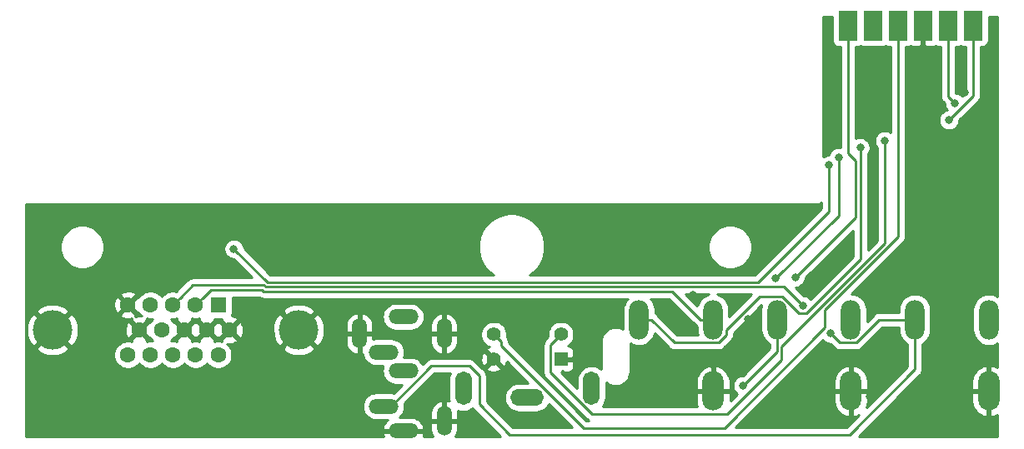
<source format=gbl>
G04 #@! TF.GenerationSoftware,KiCad,Pcbnew,(5.1.0)-1*
G04 #@! TF.CreationDate,2019-08-02T11:21:21-04:00*
G04 #@! TF.ProjectId,snes breakout,736e6573-2062-4726-9561-6b6f75742e6b,rev?*
G04 #@! TF.SameCoordinates,Original*
G04 #@! TF.FileFunction,Copper,L2,Bot*
G04 #@! TF.FilePolarity,Positive*
%FSLAX46Y46*%
G04 Gerber Fmt 4.6, Leading zero omitted, Abs format (unit mm)*
G04 Created by KiCad (PCBNEW (5.1.0)-1) date 2019-08-02 11:21:21*
%MOMM*%
%LPD*%
G04 APERTURE LIST*
%ADD10R,1.905000X3.083560*%
%ADD11C,1.408000*%
%ADD12R,1.408000X1.408000*%
%ADD13O,1.700000X3.400000*%
%ADD14O,3.400000X1.700000*%
%ADD15O,2.000000X4.000000*%
%ADD16O,2.200000X4.000000*%
%ADD17R,1.600000X1.600000*%
%ADD18C,1.600000*%
%ADD19C,4.000000*%
%ADD20O,3.016000X1.508000*%
%ADD21O,1.508000X3.016000*%
%ADD22C,0.800000*%
%ADD23C,0.250000*%
%ADD24C,0.254000*%
G04 APERTURE END LIST*
D10*
X180450000Y-27300000D03*
X177910000Y-27300000D03*
X175370000Y-27300000D03*
X172830000Y-27300000D03*
X170290000Y-27300000D03*
X167750000Y-27300000D03*
D11*
X131800000Y-58700000D03*
X131800000Y-61200000D03*
D12*
X138600000Y-61200000D03*
D11*
X138600000Y-58700000D03*
D13*
X128700000Y-64200000D03*
D14*
X135200000Y-65100000D03*
D13*
X141700000Y-64200000D03*
D15*
X168050000Y-57200000D03*
X160550000Y-57200000D03*
X154050000Y-57200000D03*
X146550000Y-57200000D03*
X174550000Y-57200000D03*
X182050000Y-57200000D03*
D16*
X154050000Y-64450000D03*
X168050000Y-64450000D03*
X182050000Y-64450000D03*
D17*
X103800000Y-55700000D03*
D18*
X101510000Y-55700000D03*
X99220000Y-55700000D03*
X96930000Y-55700000D03*
X94640000Y-55700000D03*
X104945000Y-58240000D03*
X102655000Y-58240000D03*
X100365000Y-58240000D03*
X98075000Y-58240000D03*
X95785000Y-58240000D03*
X103800000Y-60780000D03*
X101510000Y-60780000D03*
X99220000Y-60780000D03*
X96930000Y-60780000D03*
X94640000Y-60780000D03*
D19*
X86985000Y-58240000D03*
X111985000Y-58240000D03*
D20*
X120600000Y-60500000D03*
X120600000Y-66000000D03*
X122600000Y-68500000D03*
X122600000Y-62400000D03*
X122600000Y-56900000D03*
D21*
X118150000Y-58600000D03*
X126750000Y-58600000D03*
X126750000Y-67500000D03*
D22*
X178000000Y-36900000D03*
X178600000Y-35200000D03*
X163200000Y-55800000D03*
X105400000Y-50000000D03*
X165800000Y-41500000D03*
X143600000Y-56300000D03*
X150000000Y-58000000D03*
X157600000Y-57100000D03*
X163500000Y-53700000D03*
X170700000Y-55400000D03*
X172300000Y-58500000D03*
X178700000Y-56800000D03*
X182400000Y-49100000D03*
X177500000Y-47600000D03*
X170300000Y-48000000D03*
X85000000Y-65000000D03*
X90000000Y-65000000D03*
X95000000Y-65000000D03*
X100000000Y-65000000D03*
X105000000Y-65000000D03*
X110000000Y-65000000D03*
X115000000Y-65000000D03*
X85000000Y-55000000D03*
X90000000Y-55000000D03*
X95000000Y-50000000D03*
X85000000Y-50000000D03*
X125000000Y-65000000D03*
X145000000Y-65000000D03*
X150000000Y-65000000D03*
X160000000Y-65000000D03*
X165000000Y-65000000D03*
X170000000Y-65000000D03*
X175000000Y-65000000D03*
X180000000Y-65000000D03*
X175500000Y-32200000D03*
X169400000Y-34300000D03*
X171200000Y-34500000D03*
X179600000Y-34100000D03*
X179000000Y-31000000D03*
X166600000Y-33500000D03*
X156900000Y-55200000D03*
X152000000Y-54700000D03*
X109800000Y-49800000D03*
X117900000Y-50100000D03*
X141000000Y-49600000D03*
X149000000Y-49700000D03*
X160600000Y-47400000D03*
X171500000Y-39000000D03*
X169000000Y-39700000D03*
X157100000Y-63900000D03*
X166800000Y-40700000D03*
X160400000Y-53000000D03*
X162400000Y-52900000D03*
X166000000Y-58600000D03*
D23*
X152800000Y-57200000D02*
X149900022Y-54300022D01*
X149900022Y-54300022D02*
X108427200Y-54300022D01*
X154050000Y-57200000D02*
X152800000Y-57200000D01*
X102309999Y-54900001D02*
X101510000Y-55700000D01*
X108277189Y-54150011D02*
X103059989Y-54150011D01*
X103059989Y-54150011D02*
X102309999Y-54900001D01*
X108427200Y-54300022D02*
X108277189Y-54150011D01*
X180450000Y-27300000D02*
X180450000Y-34450000D01*
X180450000Y-34450000D02*
X178000000Y-36900000D01*
X177910000Y-27300000D02*
X177910000Y-34510000D01*
X177910000Y-34510000D02*
X178600000Y-35200000D01*
X161250011Y-53850011D02*
X108613600Y-53850011D01*
X100019999Y-54900001D02*
X99220000Y-55700000D01*
X108463589Y-53700000D02*
X101220000Y-53700000D01*
X108613600Y-53850011D02*
X108463589Y-53700000D01*
X163200000Y-55800000D02*
X161250011Y-53850011D01*
X101220000Y-53700000D02*
X100019999Y-54900001D01*
X105400000Y-50000000D02*
X108800000Y-53400000D01*
X165800000Y-46200000D02*
X165800000Y-42065685D01*
X158600000Y-53400000D02*
X165800000Y-46200000D01*
X108800000Y-53400000D02*
X158600000Y-53400000D01*
X165800000Y-42065685D02*
X165800000Y-41500000D01*
X137896001Y-59403999D02*
X138600000Y-58700000D01*
X137570999Y-59729001D02*
X137896001Y-59403999D01*
X141763295Y-66775010D02*
X137570999Y-62582714D01*
X155524990Y-66775010D02*
X141763295Y-66775010D01*
X137570999Y-62582714D02*
X137570999Y-59729001D01*
X161000010Y-61299990D02*
X155524990Y-66775010D01*
X161000010Y-59963580D02*
X161000010Y-61299990D01*
X171500000Y-49463590D02*
X161000010Y-59963580D01*
X171500000Y-39000000D02*
X171500000Y-49463590D01*
X154598837Y-59525010D02*
X150125010Y-59525010D01*
X155375010Y-58748837D02*
X154598837Y-59525010D01*
X158752008Y-54874990D02*
X155375010Y-58251988D01*
X155375010Y-58251988D02*
X155375010Y-58748837D01*
X161098837Y-54874990D02*
X158752008Y-54874990D01*
X147800000Y-57200000D02*
X146550000Y-57200000D01*
X162748848Y-56525001D02*
X161098837Y-54874990D01*
X163548001Y-56525001D02*
X162748848Y-56525001D01*
X150125010Y-59525010D02*
X147800000Y-57200000D01*
X169000000Y-51073002D02*
X163548001Y-56525001D01*
X169000000Y-39700000D02*
X169000000Y-51073002D01*
X160550000Y-57200000D02*
X160550000Y-58200000D01*
X157499999Y-63500001D02*
X157100000Y-63900000D01*
X160550000Y-60450000D02*
X157499999Y-63500001D01*
X160550000Y-57200000D02*
X160550000Y-60450000D01*
X166800000Y-40700000D02*
X166800000Y-46600000D01*
X166800000Y-46600000D02*
X160400000Y-53000000D01*
X132503999Y-59403999D02*
X131800000Y-58700000D01*
X132503999Y-59803999D02*
X132503999Y-59403999D01*
X172830000Y-48770000D02*
X165400000Y-56200000D01*
X172830000Y-27300000D02*
X172830000Y-48770000D01*
X165400000Y-56200000D02*
X165400000Y-58000000D01*
X165400000Y-58000000D02*
X155200000Y-68200000D01*
X155200000Y-68200000D02*
X140900000Y-68200000D01*
X140900000Y-68200000D02*
X132503999Y-59803999D01*
X167750000Y-27300000D02*
X167750000Y-27889280D01*
X121354000Y-66000000D02*
X120600000Y-66000000D01*
X125454000Y-61900000D02*
X121354000Y-66000000D01*
X174550000Y-62250000D02*
X167900000Y-68900000D01*
X174550000Y-57200000D02*
X174550000Y-62250000D01*
X129300000Y-61900000D02*
X125454000Y-61900000D01*
X167900000Y-68900000D02*
X133400000Y-68900000D01*
X133400000Y-68900000D02*
X130300000Y-65800000D01*
X130300000Y-65800000D02*
X130300000Y-62900000D01*
X130300000Y-62900000D02*
X129300000Y-61900000D01*
X168525001Y-46774999D02*
X162400000Y-52900000D01*
X168525001Y-41051999D02*
X168525001Y-46774999D01*
X167750000Y-27300000D02*
X167750000Y-40276998D01*
X167750000Y-40276998D02*
X168525001Y-41051999D01*
X173300000Y-57200000D02*
X174550000Y-57200000D01*
X170923847Y-57200000D02*
X173300000Y-57200000D01*
X168598837Y-59525010D02*
X170923847Y-57200000D01*
X166925010Y-59525010D02*
X168598837Y-59525010D01*
X166000000Y-58600000D02*
X166925010Y-59525010D01*
D24*
G36*
X165040000Y-45885198D02*
G01*
X158285199Y-52640000D01*
X135442479Y-52640000D01*
X135757812Y-52429302D01*
X136229302Y-51957812D01*
X136599748Y-51403399D01*
X136854917Y-50787368D01*
X136985000Y-50133393D01*
X136985000Y-49579872D01*
X153565000Y-49579872D01*
X153565000Y-50020128D01*
X153650890Y-50451925D01*
X153819369Y-50858669D01*
X154063962Y-51224729D01*
X154375271Y-51536038D01*
X154741331Y-51780631D01*
X155148075Y-51949110D01*
X155579872Y-52035000D01*
X156020128Y-52035000D01*
X156451925Y-51949110D01*
X156858669Y-51780631D01*
X157224729Y-51536038D01*
X157536038Y-51224729D01*
X157780631Y-50858669D01*
X157949110Y-50451925D01*
X158035000Y-50020128D01*
X158035000Y-49579872D01*
X157949110Y-49148075D01*
X157780631Y-48741331D01*
X157536038Y-48375271D01*
X157224729Y-48063962D01*
X156858669Y-47819369D01*
X156451925Y-47650890D01*
X156020128Y-47565000D01*
X155579872Y-47565000D01*
X155148075Y-47650890D01*
X154741331Y-47819369D01*
X154375271Y-48063962D01*
X154063962Y-48375271D01*
X153819369Y-48741331D01*
X153650890Y-49148075D01*
X153565000Y-49579872D01*
X136985000Y-49579872D01*
X136985000Y-49466607D01*
X136854917Y-48812632D01*
X136599748Y-48196601D01*
X136229302Y-47642188D01*
X135757812Y-47170698D01*
X135203399Y-46800252D01*
X134587368Y-46545083D01*
X133933393Y-46415000D01*
X133266607Y-46415000D01*
X132612632Y-46545083D01*
X131996601Y-46800252D01*
X131442188Y-47170698D01*
X130970698Y-47642188D01*
X130600252Y-48196601D01*
X130345083Y-48812632D01*
X130215000Y-49466607D01*
X130215000Y-50133393D01*
X130345083Y-50787368D01*
X130600252Y-51403399D01*
X130970698Y-51957812D01*
X131442188Y-52429302D01*
X131757521Y-52640000D01*
X109114802Y-52640000D01*
X106435000Y-49960199D01*
X106435000Y-49898061D01*
X106395226Y-49698102D01*
X106317205Y-49509744D01*
X106203937Y-49340226D01*
X106059774Y-49196063D01*
X105890256Y-49082795D01*
X105701898Y-49004774D01*
X105501939Y-48965000D01*
X105298061Y-48965000D01*
X105098102Y-49004774D01*
X104909744Y-49082795D01*
X104740226Y-49196063D01*
X104596063Y-49340226D01*
X104482795Y-49509744D01*
X104404774Y-49698102D01*
X104365000Y-49898061D01*
X104365000Y-50101939D01*
X104404774Y-50301898D01*
X104482795Y-50490256D01*
X104596063Y-50659774D01*
X104740226Y-50803937D01*
X104909744Y-50917205D01*
X105098102Y-50995226D01*
X105298061Y-51035000D01*
X105360199Y-51035000D01*
X107265198Y-52940000D01*
X101257325Y-52940000D01*
X101220000Y-52936324D01*
X101182675Y-52940000D01*
X101182667Y-52940000D01*
X101071014Y-52950997D01*
X100927753Y-52994454D01*
X100795724Y-53065026D01*
X100679999Y-53159999D01*
X100656201Y-53188997D01*
X99543887Y-54301312D01*
X99361335Y-54265000D01*
X99078665Y-54265000D01*
X98801426Y-54320147D01*
X98540273Y-54428320D01*
X98305241Y-54585363D01*
X98105363Y-54785241D01*
X98075000Y-54830683D01*
X98044637Y-54785241D01*
X97844759Y-54585363D01*
X97609727Y-54428320D01*
X97348574Y-54320147D01*
X97071335Y-54265000D01*
X96788665Y-54265000D01*
X96511426Y-54320147D01*
X96250273Y-54428320D01*
X96015241Y-54585363D01*
X95815363Y-54785241D01*
X95728628Y-54915049D01*
X95632702Y-54886903D01*
X94819605Y-55700000D01*
X95632702Y-56513097D01*
X95728628Y-56484951D01*
X95815363Y-56614759D01*
X96015241Y-56814637D01*
X96024059Y-56820529D01*
X95996816Y-56813700D01*
X95714488Y-56799783D01*
X95434870Y-56841213D01*
X95406551Y-56851340D01*
X95453097Y-56692702D01*
X94640000Y-55879605D01*
X93826903Y-56692702D01*
X93898486Y-56936671D01*
X94153996Y-57057571D01*
X94428184Y-57126300D01*
X94710512Y-57140217D01*
X94990130Y-57098787D01*
X95018449Y-57088660D01*
X94971903Y-57247298D01*
X95785000Y-58060395D01*
X96598097Y-57247298D01*
X96551294Y-57087783D01*
X96788665Y-57135000D01*
X97071335Y-57135000D01*
X97177391Y-57113904D01*
X97160241Y-57125363D01*
X96960363Y-57325241D01*
X96873628Y-57455049D01*
X96777702Y-57426903D01*
X95964605Y-58240000D01*
X96777702Y-59053097D01*
X96873628Y-59024951D01*
X96960363Y-59154759D01*
X97160241Y-59354637D01*
X97177391Y-59366096D01*
X97071335Y-59345000D01*
X96788665Y-59345000D01*
X96551294Y-59392217D01*
X96598097Y-59232702D01*
X95785000Y-58419605D01*
X94971903Y-59232702D01*
X95018706Y-59392217D01*
X94781335Y-59345000D01*
X94498665Y-59345000D01*
X94221426Y-59400147D01*
X93960273Y-59508320D01*
X93725241Y-59665363D01*
X93525363Y-59865241D01*
X93368320Y-60100273D01*
X93260147Y-60361426D01*
X93205000Y-60638665D01*
X93205000Y-60921335D01*
X93260147Y-61198574D01*
X93368320Y-61459727D01*
X93525363Y-61694759D01*
X93725241Y-61894637D01*
X93960273Y-62051680D01*
X94221426Y-62159853D01*
X94498665Y-62215000D01*
X94781335Y-62215000D01*
X95058574Y-62159853D01*
X95319727Y-62051680D01*
X95554759Y-61894637D01*
X95754637Y-61694759D01*
X95785000Y-61649317D01*
X95815363Y-61694759D01*
X96015241Y-61894637D01*
X96250273Y-62051680D01*
X96511426Y-62159853D01*
X96788665Y-62215000D01*
X97071335Y-62215000D01*
X97348574Y-62159853D01*
X97609727Y-62051680D01*
X97844759Y-61894637D01*
X98044637Y-61694759D01*
X98075000Y-61649317D01*
X98105363Y-61694759D01*
X98305241Y-61894637D01*
X98540273Y-62051680D01*
X98801426Y-62159853D01*
X99078665Y-62215000D01*
X99361335Y-62215000D01*
X99638574Y-62159853D01*
X99899727Y-62051680D01*
X100134759Y-61894637D01*
X100334637Y-61694759D01*
X100365000Y-61649317D01*
X100395363Y-61694759D01*
X100595241Y-61894637D01*
X100830273Y-62051680D01*
X101091426Y-62159853D01*
X101368665Y-62215000D01*
X101651335Y-62215000D01*
X101928574Y-62159853D01*
X102189727Y-62051680D01*
X102424759Y-61894637D01*
X102624637Y-61694759D01*
X102655000Y-61649317D01*
X102685363Y-61694759D01*
X102885241Y-61894637D01*
X103120273Y-62051680D01*
X103381426Y-62159853D01*
X103658665Y-62215000D01*
X103941335Y-62215000D01*
X104218574Y-62159853D01*
X104479727Y-62051680D01*
X104714759Y-61894637D01*
X104914637Y-61694759D01*
X105071680Y-61459727D01*
X105179853Y-61198574D01*
X105235000Y-60921335D01*
X105235000Y-60638665D01*
X105179853Y-60361426D01*
X105071680Y-60100273D01*
X105063145Y-60087499D01*
X110317106Y-60087499D01*
X110533228Y-60454258D01*
X110993105Y-60694938D01*
X111491098Y-60841275D01*
X112008071Y-60887648D01*
X112524159Y-60832273D01*
X113019526Y-60677279D01*
X113436772Y-60454258D01*
X113652894Y-60087499D01*
X111985000Y-58419605D01*
X110317106Y-60087499D01*
X105063145Y-60087499D01*
X104914637Y-59865241D01*
X104714759Y-59665363D01*
X104705941Y-59659471D01*
X104733184Y-59666300D01*
X105015512Y-59680217D01*
X105295130Y-59638787D01*
X105561292Y-59543603D01*
X105686514Y-59476671D01*
X105758097Y-59232702D01*
X104945000Y-58419605D01*
X104131903Y-59232702D01*
X104178706Y-59392217D01*
X103941335Y-59345000D01*
X103658665Y-59345000D01*
X103421294Y-59392217D01*
X103468097Y-59232702D01*
X102655000Y-58419605D01*
X101841903Y-59232702D01*
X101888706Y-59392217D01*
X101651335Y-59345000D01*
X101368665Y-59345000D01*
X101131294Y-59392217D01*
X101178097Y-59232702D01*
X100365000Y-58419605D01*
X99551903Y-59232702D01*
X99598706Y-59392217D01*
X99361335Y-59345000D01*
X99078665Y-59345000D01*
X98972609Y-59366096D01*
X98989759Y-59354637D01*
X99189637Y-59154759D01*
X99276372Y-59024951D01*
X99372298Y-59053097D01*
X100185395Y-58240000D01*
X100544605Y-58240000D01*
X101357702Y-59053097D01*
X101510000Y-59008411D01*
X101662298Y-59053097D01*
X102475395Y-58240000D01*
X102834605Y-58240000D01*
X103647702Y-59053097D01*
X103800000Y-59008411D01*
X103952298Y-59053097D01*
X104765395Y-58240000D01*
X105124605Y-58240000D01*
X105937702Y-59053097D01*
X106181671Y-58981514D01*
X106302571Y-58726004D01*
X106371300Y-58451816D01*
X106380603Y-58263071D01*
X109337352Y-58263071D01*
X109392727Y-58779159D01*
X109547721Y-59274526D01*
X109770742Y-59691772D01*
X110137501Y-59907894D01*
X111805395Y-58240000D01*
X112164605Y-58240000D01*
X113832499Y-59907894D01*
X114199258Y-59691772D01*
X114439938Y-59231895D01*
X114586275Y-58733902D01*
X114586894Y-58727000D01*
X116761000Y-58727000D01*
X116761000Y-59481000D01*
X116812466Y-59749540D01*
X116915332Y-60002880D01*
X117065646Y-60231284D01*
X117257631Y-60425974D01*
X117483909Y-60579469D01*
X117735785Y-60685870D01*
X117808186Y-60700286D01*
X118023000Y-60577677D01*
X118023000Y-58727000D01*
X116761000Y-58727000D01*
X114586894Y-58727000D01*
X114632648Y-58216929D01*
X114579222Y-57719000D01*
X116761000Y-57719000D01*
X116761000Y-58473000D01*
X118023000Y-58473000D01*
X118023000Y-56622323D01*
X118277000Y-56622323D01*
X118277000Y-58473000D01*
X119539000Y-58473000D01*
X119539000Y-57719000D01*
X119487534Y-57450460D01*
X119384668Y-57197120D01*
X119234354Y-56968716D01*
X119166593Y-56900000D01*
X120450280Y-56900000D01*
X120477098Y-57172291D01*
X120556523Y-57434119D01*
X120685501Y-57675420D01*
X120859077Y-57886923D01*
X121070580Y-58060499D01*
X121311881Y-58189477D01*
X121573709Y-58268902D01*
X121777770Y-58289000D01*
X123422230Y-58289000D01*
X123626291Y-58268902D01*
X123888119Y-58189477D01*
X124129420Y-58060499D01*
X124340923Y-57886923D01*
X124478733Y-57719000D01*
X125361000Y-57719000D01*
X125361000Y-58473000D01*
X126623000Y-58473000D01*
X126623000Y-56622323D01*
X126877000Y-56622323D01*
X126877000Y-58473000D01*
X128139000Y-58473000D01*
X128139000Y-57719000D01*
X128087534Y-57450460D01*
X127984668Y-57197120D01*
X127834354Y-56968716D01*
X127642369Y-56774026D01*
X127416091Y-56620531D01*
X127164215Y-56514130D01*
X127091814Y-56499714D01*
X126877000Y-56622323D01*
X126623000Y-56622323D01*
X126408186Y-56499714D01*
X126335785Y-56514130D01*
X126083909Y-56620531D01*
X125857631Y-56774026D01*
X125665646Y-56968716D01*
X125515332Y-57197120D01*
X125412466Y-57450460D01*
X125361000Y-57719000D01*
X124478733Y-57719000D01*
X124514499Y-57675420D01*
X124643477Y-57434119D01*
X124722902Y-57172291D01*
X124749720Y-56900000D01*
X124722902Y-56627709D01*
X124643477Y-56365881D01*
X124514499Y-56124580D01*
X124340923Y-55913077D01*
X124129420Y-55739501D01*
X123888119Y-55610523D01*
X123626291Y-55531098D01*
X123422230Y-55511000D01*
X121777770Y-55511000D01*
X121573709Y-55531098D01*
X121311881Y-55610523D01*
X121070580Y-55739501D01*
X120859077Y-55913077D01*
X120685501Y-56124580D01*
X120556523Y-56365881D01*
X120477098Y-56627709D01*
X120450280Y-56900000D01*
X119166593Y-56900000D01*
X119042369Y-56774026D01*
X118816091Y-56620531D01*
X118564215Y-56514130D01*
X118491814Y-56499714D01*
X118277000Y-56622323D01*
X118023000Y-56622323D01*
X117808186Y-56499714D01*
X117735785Y-56514130D01*
X117483909Y-56620531D01*
X117257631Y-56774026D01*
X117065646Y-56968716D01*
X116915332Y-57197120D01*
X116812466Y-57450460D01*
X116761000Y-57719000D01*
X114579222Y-57719000D01*
X114577273Y-57700841D01*
X114422279Y-57205474D01*
X114199258Y-56788228D01*
X113832499Y-56572106D01*
X112164605Y-58240000D01*
X111805395Y-58240000D01*
X110137501Y-56572106D01*
X109770742Y-56788228D01*
X109530062Y-57248105D01*
X109383725Y-57746098D01*
X109337352Y-58263071D01*
X106380603Y-58263071D01*
X106385217Y-58169488D01*
X106343787Y-57889870D01*
X106248603Y-57623708D01*
X106181671Y-57498486D01*
X105937702Y-57426903D01*
X105124605Y-58240000D01*
X104765395Y-58240000D01*
X103952298Y-57426903D01*
X103800000Y-57471589D01*
X103647702Y-57426903D01*
X102834605Y-58240000D01*
X102475395Y-58240000D01*
X101662298Y-57426903D01*
X101510000Y-57471589D01*
X101357702Y-57426903D01*
X100544605Y-58240000D01*
X100185395Y-58240000D01*
X99372298Y-57426903D01*
X99276372Y-57455049D01*
X99189637Y-57325241D01*
X98989759Y-57125363D01*
X98972609Y-57113904D01*
X99078665Y-57135000D01*
X99361335Y-57135000D01*
X99598706Y-57087783D01*
X99551903Y-57247298D01*
X100365000Y-58060395D01*
X101178097Y-57247298D01*
X101131294Y-57087783D01*
X101368665Y-57135000D01*
X101651335Y-57135000D01*
X101888706Y-57087783D01*
X101841903Y-57247298D01*
X102655000Y-58060395D01*
X103468097Y-57247298D01*
X103436049Y-57138072D01*
X104163951Y-57138072D01*
X104131903Y-57247298D01*
X104945000Y-58060395D01*
X105758097Y-57247298D01*
X105686514Y-57003329D01*
X105431004Y-56882429D01*
X105156816Y-56813700D01*
X105152457Y-56813485D01*
X105189502Y-56744180D01*
X105225812Y-56624482D01*
X105238072Y-56500000D01*
X105238072Y-56392501D01*
X110317106Y-56392501D01*
X111985000Y-58060395D01*
X113652894Y-56392501D01*
X113436772Y-56025742D01*
X112976895Y-55785062D01*
X112478902Y-55638725D01*
X111961929Y-55592352D01*
X111445841Y-55647727D01*
X110950474Y-55802721D01*
X110533228Y-56025742D01*
X110317106Y-56392501D01*
X105238072Y-56392501D01*
X105238072Y-54910011D01*
X107972480Y-54910011D01*
X108002924Y-54934996D01*
X108134953Y-55005568D01*
X108242812Y-55038286D01*
X108278214Y-55049025D01*
X108427200Y-55063699D01*
X108464533Y-55060022D01*
X145370448Y-55060022D01*
X145183969Y-55287249D01*
X145032148Y-55571286D01*
X144938657Y-55879485D01*
X144915000Y-56119679D01*
X144915001Y-58175079D01*
X144721033Y-58071401D01*
X144441110Y-57986487D01*
X144150000Y-57957815D01*
X143858889Y-57986487D01*
X143578966Y-58071401D01*
X143320986Y-58209294D01*
X143094866Y-58394866D01*
X142909294Y-58620987D01*
X142771401Y-58878967D01*
X142686487Y-59158890D01*
X142665000Y-59377051D01*
X142665001Y-62220896D01*
X142529014Y-62109294D01*
X142271034Y-61971401D01*
X141991111Y-61886487D01*
X141700000Y-61857815D01*
X141408890Y-61886487D01*
X141128967Y-61971401D01*
X140870987Y-62109294D01*
X140644867Y-62294866D01*
X140459295Y-62520986D01*
X140321402Y-62778966D01*
X140236488Y-63058889D01*
X140215000Y-63277050D01*
X140215000Y-64151913D01*
X138602086Y-62539000D01*
X138727002Y-62539000D01*
X138727002Y-62380252D01*
X138885750Y-62539000D01*
X139304000Y-62542072D01*
X139428482Y-62529812D01*
X139548180Y-62493502D01*
X139658494Y-62434537D01*
X139755185Y-62355185D01*
X139834537Y-62258494D01*
X139893502Y-62148180D01*
X139929812Y-62028482D01*
X139942072Y-61904000D01*
X139939000Y-61485750D01*
X139780250Y-61327000D01*
X138727000Y-61327000D01*
X138727000Y-61347000D01*
X138473000Y-61347000D01*
X138473000Y-61327000D01*
X138453000Y-61327000D01*
X138453000Y-61073000D01*
X138473000Y-61073000D01*
X138473000Y-61053000D01*
X138727000Y-61053000D01*
X138727000Y-61073000D01*
X139780250Y-61073000D01*
X139939000Y-60914250D01*
X139942072Y-60496000D01*
X139929812Y-60371518D01*
X139893502Y-60251820D01*
X139834537Y-60141506D01*
X139755185Y-60044815D01*
X139658494Y-59965463D01*
X139548180Y-59906498D01*
X139428482Y-59870188D01*
X139304000Y-59857928D01*
X139276877Y-59858127D01*
X139453563Y-59740069D01*
X139640069Y-59553563D01*
X139786607Y-59334254D01*
X139887543Y-59090572D01*
X139939000Y-58831880D01*
X139939000Y-58568120D01*
X139887543Y-58309428D01*
X139786607Y-58065746D01*
X139640069Y-57846437D01*
X139453563Y-57659931D01*
X139234254Y-57513393D01*
X138990572Y-57412457D01*
X138731880Y-57361000D01*
X138468120Y-57361000D01*
X138209428Y-57412457D01*
X137965746Y-57513393D01*
X137746437Y-57659931D01*
X137559931Y-57846437D01*
X137413393Y-58065746D01*
X137312457Y-58309428D01*
X137261000Y-58568120D01*
X137261000Y-58831880D01*
X137282953Y-58942246D01*
X137059997Y-59165202D01*
X137030999Y-59189000D01*
X137007201Y-59217998D01*
X137007200Y-59217999D01*
X136936025Y-59304725D01*
X136865453Y-59436755D01*
X136821997Y-59580016D01*
X136807323Y-59729001D01*
X136811000Y-59766333D01*
X136810999Y-62545391D01*
X136807323Y-62582714D01*
X136810999Y-62620036D01*
X136810999Y-62620046D01*
X136821996Y-62731699D01*
X136861724Y-62862667D01*
X136865453Y-62874960D01*
X136936025Y-63006990D01*
X136947551Y-63021034D01*
X137030998Y-63122715D01*
X137060002Y-63146518D01*
X141199496Y-67286013D01*
X141223294Y-67315011D01*
X141339019Y-67409984D01*
X141395174Y-67440000D01*
X141214803Y-67440000D01*
X133263999Y-59489198D01*
X133263999Y-59441322D01*
X133267675Y-59403999D01*
X133263999Y-59366676D01*
X133263999Y-59366667D01*
X133253002Y-59255013D01*
X133209545Y-59111752D01*
X133198055Y-59090256D01*
X133138973Y-58979722D01*
X133115324Y-58950906D01*
X133139000Y-58831880D01*
X133139000Y-58568120D01*
X133087543Y-58309428D01*
X132986607Y-58065746D01*
X132840069Y-57846437D01*
X132653563Y-57659931D01*
X132434254Y-57513393D01*
X132190572Y-57412457D01*
X131931880Y-57361000D01*
X131668120Y-57361000D01*
X131409428Y-57412457D01*
X131165746Y-57513393D01*
X130946437Y-57659931D01*
X130759931Y-57846437D01*
X130613393Y-58065746D01*
X130512457Y-58309428D01*
X130461000Y-58568120D01*
X130461000Y-58831880D01*
X130512457Y-59090572D01*
X130613393Y-59334254D01*
X130759931Y-59553563D01*
X130946437Y-59740069D01*
X131165746Y-59886607D01*
X131319086Y-59950122D01*
X131217236Y-59987276D01*
X131115423Y-60041695D01*
X131055477Y-60275872D01*
X131800000Y-61020395D01*
X131814143Y-61006253D01*
X131993748Y-61185858D01*
X131979605Y-61200000D01*
X132724128Y-61944523D01*
X132958305Y-61884577D01*
X133069602Y-61645449D01*
X133109027Y-61483828D01*
X135240198Y-63615000D01*
X134277050Y-63615000D01*
X134058889Y-63636487D01*
X133778966Y-63721401D01*
X133520986Y-63859294D01*
X133294866Y-64044866D01*
X133109294Y-64270986D01*
X132971401Y-64528966D01*
X132886487Y-64808889D01*
X132857815Y-65100000D01*
X132886487Y-65391111D01*
X132971401Y-65671034D01*
X133109294Y-65929014D01*
X133294866Y-66155134D01*
X133520986Y-66340706D01*
X133778966Y-66478599D01*
X134058889Y-66563513D01*
X134277050Y-66585000D01*
X136122950Y-66585000D01*
X136341111Y-66563513D01*
X136621034Y-66478599D01*
X136879014Y-66340706D01*
X137105134Y-66155134D01*
X137290706Y-65929014D01*
X137382492Y-65757294D01*
X139765197Y-68140000D01*
X133714802Y-68140000D01*
X131060000Y-65485199D01*
X131060000Y-62937333D01*
X131063677Y-62900000D01*
X131049003Y-62751014D01*
X131005546Y-62607753D01*
X130934974Y-62475724D01*
X130863799Y-62388997D01*
X130840001Y-62359999D01*
X130811003Y-62336201D01*
X130598930Y-62124128D01*
X131055477Y-62124128D01*
X131115423Y-62358305D01*
X131354551Y-62469602D01*
X131610797Y-62532109D01*
X131874314Y-62543425D01*
X132134976Y-62503114D01*
X132382764Y-62412724D01*
X132484577Y-62358305D01*
X132544523Y-62124128D01*
X131800000Y-61379605D01*
X131055477Y-62124128D01*
X130598930Y-62124128D01*
X129863804Y-61389002D01*
X129840001Y-61359999D01*
X129735594Y-61274314D01*
X130456575Y-61274314D01*
X130496886Y-61534976D01*
X130587276Y-61782764D01*
X130641695Y-61884577D01*
X130875872Y-61944523D01*
X131620395Y-61200000D01*
X130875872Y-60455477D01*
X130641695Y-60515423D01*
X130530398Y-60754551D01*
X130467891Y-61010797D01*
X130456575Y-61274314D01*
X129735594Y-61274314D01*
X129724276Y-61265026D01*
X129592247Y-61194454D01*
X129448986Y-61150997D01*
X129337333Y-61140000D01*
X129337322Y-61140000D01*
X129300000Y-61136324D01*
X129262678Y-61140000D01*
X125491333Y-61140000D01*
X125454000Y-61136323D01*
X125416667Y-61140000D01*
X125305014Y-61150997D01*
X125161753Y-61194454D01*
X125029724Y-61265026D01*
X124913999Y-61359999D01*
X124890201Y-61388997D01*
X124563306Y-61715892D01*
X124514499Y-61624580D01*
X124340923Y-61413077D01*
X124129420Y-61239501D01*
X123888119Y-61110523D01*
X123626291Y-61031098D01*
X123422230Y-61011000D01*
X122650490Y-61011000D01*
X122722902Y-60772291D01*
X122749720Y-60500000D01*
X122722902Y-60227709D01*
X122643477Y-59965881D01*
X122514499Y-59724580D01*
X122340923Y-59513077D01*
X122129420Y-59339501D01*
X121888119Y-59210523D01*
X121626291Y-59131098D01*
X121422230Y-59111000D01*
X119777770Y-59111000D01*
X119573709Y-59131098D01*
X119539000Y-59141627D01*
X119539000Y-58727000D01*
X125361000Y-58727000D01*
X125361000Y-59481000D01*
X125412466Y-59749540D01*
X125515332Y-60002880D01*
X125665646Y-60231284D01*
X125857631Y-60425974D01*
X126083909Y-60579469D01*
X126335785Y-60685870D01*
X126408186Y-60700286D01*
X126623000Y-60577677D01*
X126623000Y-58727000D01*
X126877000Y-58727000D01*
X126877000Y-60577677D01*
X127091814Y-60700286D01*
X127164215Y-60685870D01*
X127416091Y-60579469D01*
X127642369Y-60425974D01*
X127834354Y-60231284D01*
X127984668Y-60002880D01*
X128087534Y-59749540D01*
X128139000Y-59481000D01*
X128139000Y-58727000D01*
X126877000Y-58727000D01*
X126623000Y-58727000D01*
X125361000Y-58727000D01*
X119539000Y-58727000D01*
X118277000Y-58727000D01*
X118277000Y-60577677D01*
X118468707Y-60687097D01*
X118477098Y-60772291D01*
X118556523Y-61034119D01*
X118685501Y-61275420D01*
X118859077Y-61486923D01*
X119070580Y-61660499D01*
X119311881Y-61789477D01*
X119573709Y-61868902D01*
X119777770Y-61889000D01*
X120549510Y-61889000D01*
X120477098Y-62127709D01*
X120450280Y-62400000D01*
X120477098Y-62672291D01*
X120556523Y-62934119D01*
X120685501Y-63175420D01*
X120859077Y-63386923D01*
X121070580Y-63560499D01*
X121311881Y-63689477D01*
X121573709Y-63768902D01*
X121777770Y-63789000D01*
X122490199Y-63789000D01*
X121643025Y-64636174D01*
X121626291Y-64631098D01*
X121422230Y-64611000D01*
X119777770Y-64611000D01*
X119573709Y-64631098D01*
X119311881Y-64710523D01*
X119070580Y-64839501D01*
X118859077Y-65013077D01*
X118685501Y-65224580D01*
X118556523Y-65465881D01*
X118477098Y-65727709D01*
X118450280Y-66000000D01*
X118477098Y-66272291D01*
X118556523Y-66534119D01*
X118685501Y-66775420D01*
X118859077Y-66986923D01*
X119070580Y-67160499D01*
X119311881Y-67289477D01*
X119573709Y-67368902D01*
X119777770Y-67389000D01*
X121009205Y-67389000D01*
X120968716Y-67415646D01*
X120774026Y-67607631D01*
X120620531Y-67833909D01*
X120514130Y-68085785D01*
X120499714Y-68158186D01*
X120622323Y-68373000D01*
X122473000Y-68373000D01*
X122473000Y-68353000D01*
X122727000Y-68353000D01*
X122727000Y-68373000D01*
X124577677Y-68373000D01*
X124700286Y-68158186D01*
X124685870Y-68085785D01*
X124579469Y-67833909D01*
X124425974Y-67607631D01*
X124231284Y-67415646D01*
X124002880Y-67265332D01*
X123749540Y-67162466D01*
X123481000Y-67111000D01*
X122189735Y-67111000D01*
X122340923Y-66986923D01*
X122514499Y-66775420D01*
X122598107Y-66619000D01*
X125361000Y-66619000D01*
X125361000Y-67373000D01*
X126623000Y-67373000D01*
X126623000Y-65522323D01*
X126408186Y-65399714D01*
X126335785Y-65414130D01*
X126083909Y-65520531D01*
X125857631Y-65674026D01*
X125665646Y-65868716D01*
X125515332Y-66097120D01*
X125412466Y-66350460D01*
X125361000Y-66619000D01*
X122598107Y-66619000D01*
X122643477Y-66534119D01*
X122722902Y-66272291D01*
X122749720Y-66000000D01*
X122722902Y-65727709D01*
X122717826Y-65710975D01*
X125768802Y-62660000D01*
X127384990Y-62660000D01*
X127321401Y-62778967D01*
X127236487Y-63058890D01*
X127215000Y-63277051D01*
X127215000Y-65122950D01*
X127236488Y-65341111D01*
X127272516Y-65459880D01*
X127164215Y-65414130D01*
X127091814Y-65399714D01*
X126877000Y-65522323D01*
X126877000Y-67373000D01*
X128139000Y-67373000D01*
X128139000Y-66619000D01*
X128099490Y-66412843D01*
X128128967Y-66428599D01*
X128408890Y-66513513D01*
X128700000Y-66542185D01*
X128991111Y-66513513D01*
X129271034Y-66428599D01*
X129529014Y-66290706D01*
X129648235Y-66192863D01*
X129665026Y-66224276D01*
X129697633Y-66264007D01*
X129759999Y-66340001D01*
X129789003Y-66363804D01*
X132465198Y-69040000D01*
X127894429Y-69040000D01*
X127984668Y-68902880D01*
X128087534Y-68649540D01*
X128139000Y-68381000D01*
X128139000Y-67627000D01*
X126877000Y-67627000D01*
X126877000Y-67647000D01*
X126623000Y-67647000D01*
X126623000Y-67627000D01*
X125361000Y-67627000D01*
X125361000Y-68381000D01*
X125412466Y-68649540D01*
X125515332Y-68902880D01*
X125605571Y-69040000D01*
X124632734Y-69040000D01*
X124685870Y-68914215D01*
X124700286Y-68841814D01*
X124577677Y-68627000D01*
X122727000Y-68627000D01*
X122727000Y-68647000D01*
X122473000Y-68647000D01*
X122473000Y-68627000D01*
X120622323Y-68627000D01*
X120499714Y-68841814D01*
X120514130Y-68914215D01*
X120567266Y-69040000D01*
X84260000Y-69040000D01*
X84260000Y-60087499D01*
X85317106Y-60087499D01*
X85533228Y-60454258D01*
X85993105Y-60694938D01*
X86491098Y-60841275D01*
X87008071Y-60887648D01*
X87524159Y-60832273D01*
X88019526Y-60677279D01*
X88436772Y-60454258D01*
X88652894Y-60087499D01*
X86985000Y-58419605D01*
X85317106Y-60087499D01*
X84260000Y-60087499D01*
X84260000Y-58263071D01*
X84337352Y-58263071D01*
X84392727Y-58779159D01*
X84547721Y-59274526D01*
X84770742Y-59691772D01*
X85137501Y-59907894D01*
X86805395Y-58240000D01*
X87164605Y-58240000D01*
X88832499Y-59907894D01*
X89199258Y-59691772D01*
X89439938Y-59231895D01*
X89586275Y-58733902D01*
X89624253Y-58310512D01*
X94344783Y-58310512D01*
X94386213Y-58590130D01*
X94481397Y-58856292D01*
X94548329Y-58981514D01*
X94792298Y-59053097D01*
X95605395Y-58240000D01*
X94792298Y-57426903D01*
X94548329Y-57498486D01*
X94427429Y-57753996D01*
X94358700Y-58028184D01*
X94344783Y-58310512D01*
X89624253Y-58310512D01*
X89632648Y-58216929D01*
X89577273Y-57700841D01*
X89422279Y-57205474D01*
X89199258Y-56788228D01*
X88832499Y-56572106D01*
X87164605Y-58240000D01*
X86805395Y-58240000D01*
X85137501Y-56572106D01*
X84770742Y-56788228D01*
X84530062Y-57248105D01*
X84383725Y-57746098D01*
X84337352Y-58263071D01*
X84260000Y-58263071D01*
X84260000Y-56392501D01*
X85317106Y-56392501D01*
X86985000Y-58060395D01*
X88652894Y-56392501D01*
X88436772Y-56025742D01*
X87976895Y-55785062D01*
X87927381Y-55770512D01*
X93199783Y-55770512D01*
X93241213Y-56050130D01*
X93336397Y-56316292D01*
X93403329Y-56441514D01*
X93647298Y-56513097D01*
X94460395Y-55700000D01*
X93647298Y-54886903D01*
X93403329Y-54958486D01*
X93282429Y-55213996D01*
X93213700Y-55488184D01*
X93199783Y-55770512D01*
X87927381Y-55770512D01*
X87478902Y-55638725D01*
X86961929Y-55592352D01*
X86445841Y-55647727D01*
X85950474Y-55802721D01*
X85533228Y-56025742D01*
X85317106Y-56392501D01*
X84260000Y-56392501D01*
X84260000Y-54707298D01*
X93826903Y-54707298D01*
X94640000Y-55520395D01*
X95453097Y-54707298D01*
X95381514Y-54463329D01*
X95126004Y-54342429D01*
X94851816Y-54273700D01*
X94569488Y-54259783D01*
X94289870Y-54301213D01*
X94023708Y-54396397D01*
X93898486Y-54463329D01*
X93826903Y-54707298D01*
X84260000Y-54707298D01*
X84260000Y-49579872D01*
X87765000Y-49579872D01*
X87765000Y-50020128D01*
X87850890Y-50451925D01*
X88019369Y-50858669D01*
X88263962Y-51224729D01*
X88575271Y-51536038D01*
X88941331Y-51780631D01*
X89348075Y-51949110D01*
X89779872Y-52035000D01*
X90220128Y-52035000D01*
X90651925Y-51949110D01*
X91058669Y-51780631D01*
X91424729Y-51536038D01*
X91736038Y-51224729D01*
X91980631Y-50858669D01*
X92149110Y-50451925D01*
X92235000Y-50020128D01*
X92235000Y-49579872D01*
X92149110Y-49148075D01*
X91980631Y-48741331D01*
X91736038Y-48375271D01*
X91424729Y-48063962D01*
X91058669Y-47819369D01*
X90651925Y-47650890D01*
X90220128Y-47565000D01*
X89779872Y-47565000D01*
X89348075Y-47650890D01*
X88941331Y-47819369D01*
X88575271Y-48063962D01*
X88263962Y-48375271D01*
X88019369Y-48741331D01*
X87850890Y-49148075D01*
X87765000Y-49579872D01*
X84260000Y-49579872D01*
X84260000Y-45460000D01*
X164567581Y-45460000D01*
X164600000Y-45463193D01*
X164632419Y-45460000D01*
X164729383Y-45450450D01*
X164853793Y-45412710D01*
X164968450Y-45351425D01*
X165040000Y-45292705D01*
X165040000Y-45885198D01*
X165040000Y-45885198D01*
G37*
X165040000Y-45885198D02*
X158285199Y-52640000D01*
X135442479Y-52640000D01*
X135757812Y-52429302D01*
X136229302Y-51957812D01*
X136599748Y-51403399D01*
X136854917Y-50787368D01*
X136985000Y-50133393D01*
X136985000Y-49579872D01*
X153565000Y-49579872D01*
X153565000Y-50020128D01*
X153650890Y-50451925D01*
X153819369Y-50858669D01*
X154063962Y-51224729D01*
X154375271Y-51536038D01*
X154741331Y-51780631D01*
X155148075Y-51949110D01*
X155579872Y-52035000D01*
X156020128Y-52035000D01*
X156451925Y-51949110D01*
X156858669Y-51780631D01*
X157224729Y-51536038D01*
X157536038Y-51224729D01*
X157780631Y-50858669D01*
X157949110Y-50451925D01*
X158035000Y-50020128D01*
X158035000Y-49579872D01*
X157949110Y-49148075D01*
X157780631Y-48741331D01*
X157536038Y-48375271D01*
X157224729Y-48063962D01*
X156858669Y-47819369D01*
X156451925Y-47650890D01*
X156020128Y-47565000D01*
X155579872Y-47565000D01*
X155148075Y-47650890D01*
X154741331Y-47819369D01*
X154375271Y-48063962D01*
X154063962Y-48375271D01*
X153819369Y-48741331D01*
X153650890Y-49148075D01*
X153565000Y-49579872D01*
X136985000Y-49579872D01*
X136985000Y-49466607D01*
X136854917Y-48812632D01*
X136599748Y-48196601D01*
X136229302Y-47642188D01*
X135757812Y-47170698D01*
X135203399Y-46800252D01*
X134587368Y-46545083D01*
X133933393Y-46415000D01*
X133266607Y-46415000D01*
X132612632Y-46545083D01*
X131996601Y-46800252D01*
X131442188Y-47170698D01*
X130970698Y-47642188D01*
X130600252Y-48196601D01*
X130345083Y-48812632D01*
X130215000Y-49466607D01*
X130215000Y-50133393D01*
X130345083Y-50787368D01*
X130600252Y-51403399D01*
X130970698Y-51957812D01*
X131442188Y-52429302D01*
X131757521Y-52640000D01*
X109114802Y-52640000D01*
X106435000Y-49960199D01*
X106435000Y-49898061D01*
X106395226Y-49698102D01*
X106317205Y-49509744D01*
X106203937Y-49340226D01*
X106059774Y-49196063D01*
X105890256Y-49082795D01*
X105701898Y-49004774D01*
X105501939Y-48965000D01*
X105298061Y-48965000D01*
X105098102Y-49004774D01*
X104909744Y-49082795D01*
X104740226Y-49196063D01*
X104596063Y-49340226D01*
X104482795Y-49509744D01*
X104404774Y-49698102D01*
X104365000Y-49898061D01*
X104365000Y-50101939D01*
X104404774Y-50301898D01*
X104482795Y-50490256D01*
X104596063Y-50659774D01*
X104740226Y-50803937D01*
X104909744Y-50917205D01*
X105098102Y-50995226D01*
X105298061Y-51035000D01*
X105360199Y-51035000D01*
X107265198Y-52940000D01*
X101257325Y-52940000D01*
X101220000Y-52936324D01*
X101182675Y-52940000D01*
X101182667Y-52940000D01*
X101071014Y-52950997D01*
X100927753Y-52994454D01*
X100795724Y-53065026D01*
X100679999Y-53159999D01*
X100656201Y-53188997D01*
X99543887Y-54301312D01*
X99361335Y-54265000D01*
X99078665Y-54265000D01*
X98801426Y-54320147D01*
X98540273Y-54428320D01*
X98305241Y-54585363D01*
X98105363Y-54785241D01*
X98075000Y-54830683D01*
X98044637Y-54785241D01*
X97844759Y-54585363D01*
X97609727Y-54428320D01*
X97348574Y-54320147D01*
X97071335Y-54265000D01*
X96788665Y-54265000D01*
X96511426Y-54320147D01*
X96250273Y-54428320D01*
X96015241Y-54585363D01*
X95815363Y-54785241D01*
X95728628Y-54915049D01*
X95632702Y-54886903D01*
X94819605Y-55700000D01*
X95632702Y-56513097D01*
X95728628Y-56484951D01*
X95815363Y-56614759D01*
X96015241Y-56814637D01*
X96024059Y-56820529D01*
X95996816Y-56813700D01*
X95714488Y-56799783D01*
X95434870Y-56841213D01*
X95406551Y-56851340D01*
X95453097Y-56692702D01*
X94640000Y-55879605D01*
X93826903Y-56692702D01*
X93898486Y-56936671D01*
X94153996Y-57057571D01*
X94428184Y-57126300D01*
X94710512Y-57140217D01*
X94990130Y-57098787D01*
X95018449Y-57088660D01*
X94971903Y-57247298D01*
X95785000Y-58060395D01*
X96598097Y-57247298D01*
X96551294Y-57087783D01*
X96788665Y-57135000D01*
X97071335Y-57135000D01*
X97177391Y-57113904D01*
X97160241Y-57125363D01*
X96960363Y-57325241D01*
X96873628Y-57455049D01*
X96777702Y-57426903D01*
X95964605Y-58240000D01*
X96777702Y-59053097D01*
X96873628Y-59024951D01*
X96960363Y-59154759D01*
X97160241Y-59354637D01*
X97177391Y-59366096D01*
X97071335Y-59345000D01*
X96788665Y-59345000D01*
X96551294Y-59392217D01*
X96598097Y-59232702D01*
X95785000Y-58419605D01*
X94971903Y-59232702D01*
X95018706Y-59392217D01*
X94781335Y-59345000D01*
X94498665Y-59345000D01*
X94221426Y-59400147D01*
X93960273Y-59508320D01*
X93725241Y-59665363D01*
X93525363Y-59865241D01*
X93368320Y-60100273D01*
X93260147Y-60361426D01*
X93205000Y-60638665D01*
X93205000Y-60921335D01*
X93260147Y-61198574D01*
X93368320Y-61459727D01*
X93525363Y-61694759D01*
X93725241Y-61894637D01*
X93960273Y-62051680D01*
X94221426Y-62159853D01*
X94498665Y-62215000D01*
X94781335Y-62215000D01*
X95058574Y-62159853D01*
X95319727Y-62051680D01*
X95554759Y-61894637D01*
X95754637Y-61694759D01*
X95785000Y-61649317D01*
X95815363Y-61694759D01*
X96015241Y-61894637D01*
X96250273Y-62051680D01*
X96511426Y-62159853D01*
X96788665Y-62215000D01*
X97071335Y-62215000D01*
X97348574Y-62159853D01*
X97609727Y-62051680D01*
X97844759Y-61894637D01*
X98044637Y-61694759D01*
X98075000Y-61649317D01*
X98105363Y-61694759D01*
X98305241Y-61894637D01*
X98540273Y-62051680D01*
X98801426Y-62159853D01*
X99078665Y-62215000D01*
X99361335Y-62215000D01*
X99638574Y-62159853D01*
X99899727Y-62051680D01*
X100134759Y-61894637D01*
X100334637Y-61694759D01*
X100365000Y-61649317D01*
X100395363Y-61694759D01*
X100595241Y-61894637D01*
X100830273Y-62051680D01*
X101091426Y-62159853D01*
X101368665Y-62215000D01*
X101651335Y-62215000D01*
X101928574Y-62159853D01*
X102189727Y-62051680D01*
X102424759Y-61894637D01*
X102624637Y-61694759D01*
X102655000Y-61649317D01*
X102685363Y-61694759D01*
X102885241Y-61894637D01*
X103120273Y-62051680D01*
X103381426Y-62159853D01*
X103658665Y-62215000D01*
X103941335Y-62215000D01*
X104218574Y-62159853D01*
X104479727Y-62051680D01*
X104714759Y-61894637D01*
X104914637Y-61694759D01*
X105071680Y-61459727D01*
X105179853Y-61198574D01*
X105235000Y-60921335D01*
X105235000Y-60638665D01*
X105179853Y-60361426D01*
X105071680Y-60100273D01*
X105063145Y-60087499D01*
X110317106Y-60087499D01*
X110533228Y-60454258D01*
X110993105Y-60694938D01*
X111491098Y-60841275D01*
X112008071Y-60887648D01*
X112524159Y-60832273D01*
X113019526Y-60677279D01*
X113436772Y-60454258D01*
X113652894Y-60087499D01*
X111985000Y-58419605D01*
X110317106Y-60087499D01*
X105063145Y-60087499D01*
X104914637Y-59865241D01*
X104714759Y-59665363D01*
X104705941Y-59659471D01*
X104733184Y-59666300D01*
X105015512Y-59680217D01*
X105295130Y-59638787D01*
X105561292Y-59543603D01*
X105686514Y-59476671D01*
X105758097Y-59232702D01*
X104945000Y-58419605D01*
X104131903Y-59232702D01*
X104178706Y-59392217D01*
X103941335Y-59345000D01*
X103658665Y-59345000D01*
X103421294Y-59392217D01*
X103468097Y-59232702D01*
X102655000Y-58419605D01*
X101841903Y-59232702D01*
X101888706Y-59392217D01*
X101651335Y-59345000D01*
X101368665Y-59345000D01*
X101131294Y-59392217D01*
X101178097Y-59232702D01*
X100365000Y-58419605D01*
X99551903Y-59232702D01*
X99598706Y-59392217D01*
X99361335Y-59345000D01*
X99078665Y-59345000D01*
X98972609Y-59366096D01*
X98989759Y-59354637D01*
X99189637Y-59154759D01*
X99276372Y-59024951D01*
X99372298Y-59053097D01*
X100185395Y-58240000D01*
X100544605Y-58240000D01*
X101357702Y-59053097D01*
X101510000Y-59008411D01*
X101662298Y-59053097D01*
X102475395Y-58240000D01*
X102834605Y-58240000D01*
X103647702Y-59053097D01*
X103800000Y-59008411D01*
X103952298Y-59053097D01*
X104765395Y-58240000D01*
X105124605Y-58240000D01*
X105937702Y-59053097D01*
X106181671Y-58981514D01*
X106302571Y-58726004D01*
X106371300Y-58451816D01*
X106380603Y-58263071D01*
X109337352Y-58263071D01*
X109392727Y-58779159D01*
X109547721Y-59274526D01*
X109770742Y-59691772D01*
X110137501Y-59907894D01*
X111805395Y-58240000D01*
X112164605Y-58240000D01*
X113832499Y-59907894D01*
X114199258Y-59691772D01*
X114439938Y-59231895D01*
X114586275Y-58733902D01*
X114586894Y-58727000D01*
X116761000Y-58727000D01*
X116761000Y-59481000D01*
X116812466Y-59749540D01*
X116915332Y-60002880D01*
X117065646Y-60231284D01*
X117257631Y-60425974D01*
X117483909Y-60579469D01*
X117735785Y-60685870D01*
X117808186Y-60700286D01*
X118023000Y-60577677D01*
X118023000Y-58727000D01*
X116761000Y-58727000D01*
X114586894Y-58727000D01*
X114632648Y-58216929D01*
X114579222Y-57719000D01*
X116761000Y-57719000D01*
X116761000Y-58473000D01*
X118023000Y-58473000D01*
X118023000Y-56622323D01*
X118277000Y-56622323D01*
X118277000Y-58473000D01*
X119539000Y-58473000D01*
X119539000Y-57719000D01*
X119487534Y-57450460D01*
X119384668Y-57197120D01*
X119234354Y-56968716D01*
X119166593Y-56900000D01*
X120450280Y-56900000D01*
X120477098Y-57172291D01*
X120556523Y-57434119D01*
X120685501Y-57675420D01*
X120859077Y-57886923D01*
X121070580Y-58060499D01*
X121311881Y-58189477D01*
X121573709Y-58268902D01*
X121777770Y-58289000D01*
X123422230Y-58289000D01*
X123626291Y-58268902D01*
X123888119Y-58189477D01*
X124129420Y-58060499D01*
X124340923Y-57886923D01*
X124478733Y-57719000D01*
X125361000Y-57719000D01*
X125361000Y-58473000D01*
X126623000Y-58473000D01*
X126623000Y-56622323D01*
X126877000Y-56622323D01*
X126877000Y-58473000D01*
X128139000Y-58473000D01*
X128139000Y-57719000D01*
X128087534Y-57450460D01*
X127984668Y-57197120D01*
X127834354Y-56968716D01*
X127642369Y-56774026D01*
X127416091Y-56620531D01*
X127164215Y-56514130D01*
X127091814Y-56499714D01*
X126877000Y-56622323D01*
X126623000Y-56622323D01*
X126408186Y-56499714D01*
X126335785Y-56514130D01*
X126083909Y-56620531D01*
X125857631Y-56774026D01*
X125665646Y-56968716D01*
X125515332Y-57197120D01*
X125412466Y-57450460D01*
X125361000Y-57719000D01*
X124478733Y-57719000D01*
X124514499Y-57675420D01*
X124643477Y-57434119D01*
X124722902Y-57172291D01*
X124749720Y-56900000D01*
X124722902Y-56627709D01*
X124643477Y-56365881D01*
X124514499Y-56124580D01*
X124340923Y-55913077D01*
X124129420Y-55739501D01*
X123888119Y-55610523D01*
X123626291Y-55531098D01*
X123422230Y-55511000D01*
X121777770Y-55511000D01*
X121573709Y-55531098D01*
X121311881Y-55610523D01*
X121070580Y-55739501D01*
X120859077Y-55913077D01*
X120685501Y-56124580D01*
X120556523Y-56365881D01*
X120477098Y-56627709D01*
X120450280Y-56900000D01*
X119166593Y-56900000D01*
X119042369Y-56774026D01*
X118816091Y-56620531D01*
X118564215Y-56514130D01*
X118491814Y-56499714D01*
X118277000Y-56622323D01*
X118023000Y-56622323D01*
X117808186Y-56499714D01*
X117735785Y-56514130D01*
X117483909Y-56620531D01*
X117257631Y-56774026D01*
X117065646Y-56968716D01*
X116915332Y-57197120D01*
X116812466Y-57450460D01*
X116761000Y-57719000D01*
X114579222Y-57719000D01*
X114577273Y-57700841D01*
X114422279Y-57205474D01*
X114199258Y-56788228D01*
X113832499Y-56572106D01*
X112164605Y-58240000D01*
X111805395Y-58240000D01*
X110137501Y-56572106D01*
X109770742Y-56788228D01*
X109530062Y-57248105D01*
X109383725Y-57746098D01*
X109337352Y-58263071D01*
X106380603Y-58263071D01*
X106385217Y-58169488D01*
X106343787Y-57889870D01*
X106248603Y-57623708D01*
X106181671Y-57498486D01*
X105937702Y-57426903D01*
X105124605Y-58240000D01*
X104765395Y-58240000D01*
X103952298Y-57426903D01*
X103800000Y-57471589D01*
X103647702Y-57426903D01*
X102834605Y-58240000D01*
X102475395Y-58240000D01*
X101662298Y-57426903D01*
X101510000Y-57471589D01*
X101357702Y-57426903D01*
X100544605Y-58240000D01*
X100185395Y-58240000D01*
X99372298Y-57426903D01*
X99276372Y-57455049D01*
X99189637Y-57325241D01*
X98989759Y-57125363D01*
X98972609Y-57113904D01*
X99078665Y-57135000D01*
X99361335Y-57135000D01*
X99598706Y-57087783D01*
X99551903Y-57247298D01*
X100365000Y-58060395D01*
X101178097Y-57247298D01*
X101131294Y-57087783D01*
X101368665Y-57135000D01*
X101651335Y-57135000D01*
X101888706Y-57087783D01*
X101841903Y-57247298D01*
X102655000Y-58060395D01*
X103468097Y-57247298D01*
X103436049Y-57138072D01*
X104163951Y-57138072D01*
X104131903Y-57247298D01*
X104945000Y-58060395D01*
X105758097Y-57247298D01*
X105686514Y-57003329D01*
X105431004Y-56882429D01*
X105156816Y-56813700D01*
X105152457Y-56813485D01*
X105189502Y-56744180D01*
X105225812Y-56624482D01*
X105238072Y-56500000D01*
X105238072Y-56392501D01*
X110317106Y-56392501D01*
X111985000Y-58060395D01*
X113652894Y-56392501D01*
X113436772Y-56025742D01*
X112976895Y-55785062D01*
X112478902Y-55638725D01*
X111961929Y-55592352D01*
X111445841Y-55647727D01*
X110950474Y-55802721D01*
X110533228Y-56025742D01*
X110317106Y-56392501D01*
X105238072Y-56392501D01*
X105238072Y-54910011D01*
X107972480Y-54910011D01*
X108002924Y-54934996D01*
X108134953Y-55005568D01*
X108242812Y-55038286D01*
X108278214Y-55049025D01*
X108427200Y-55063699D01*
X108464533Y-55060022D01*
X145370448Y-55060022D01*
X145183969Y-55287249D01*
X145032148Y-55571286D01*
X144938657Y-55879485D01*
X144915000Y-56119679D01*
X144915001Y-58175079D01*
X144721033Y-58071401D01*
X144441110Y-57986487D01*
X144150000Y-57957815D01*
X143858889Y-57986487D01*
X143578966Y-58071401D01*
X143320986Y-58209294D01*
X143094866Y-58394866D01*
X142909294Y-58620987D01*
X142771401Y-58878967D01*
X142686487Y-59158890D01*
X142665000Y-59377051D01*
X142665001Y-62220896D01*
X142529014Y-62109294D01*
X142271034Y-61971401D01*
X141991111Y-61886487D01*
X141700000Y-61857815D01*
X141408890Y-61886487D01*
X141128967Y-61971401D01*
X140870987Y-62109294D01*
X140644867Y-62294866D01*
X140459295Y-62520986D01*
X140321402Y-62778966D01*
X140236488Y-63058889D01*
X140215000Y-63277050D01*
X140215000Y-64151913D01*
X138602086Y-62539000D01*
X138727002Y-62539000D01*
X138727002Y-62380252D01*
X138885750Y-62539000D01*
X139304000Y-62542072D01*
X139428482Y-62529812D01*
X139548180Y-62493502D01*
X139658494Y-62434537D01*
X139755185Y-62355185D01*
X139834537Y-62258494D01*
X139893502Y-62148180D01*
X139929812Y-62028482D01*
X139942072Y-61904000D01*
X139939000Y-61485750D01*
X139780250Y-61327000D01*
X138727000Y-61327000D01*
X138727000Y-61347000D01*
X138473000Y-61347000D01*
X138473000Y-61327000D01*
X138453000Y-61327000D01*
X138453000Y-61073000D01*
X138473000Y-61073000D01*
X138473000Y-61053000D01*
X138727000Y-61053000D01*
X138727000Y-61073000D01*
X139780250Y-61073000D01*
X139939000Y-60914250D01*
X139942072Y-60496000D01*
X139929812Y-60371518D01*
X139893502Y-60251820D01*
X139834537Y-60141506D01*
X139755185Y-60044815D01*
X139658494Y-59965463D01*
X139548180Y-59906498D01*
X139428482Y-59870188D01*
X139304000Y-59857928D01*
X139276877Y-59858127D01*
X139453563Y-59740069D01*
X139640069Y-59553563D01*
X139786607Y-59334254D01*
X139887543Y-59090572D01*
X139939000Y-58831880D01*
X139939000Y-58568120D01*
X139887543Y-58309428D01*
X139786607Y-58065746D01*
X139640069Y-57846437D01*
X139453563Y-57659931D01*
X139234254Y-57513393D01*
X138990572Y-57412457D01*
X138731880Y-57361000D01*
X138468120Y-57361000D01*
X138209428Y-57412457D01*
X137965746Y-57513393D01*
X137746437Y-57659931D01*
X137559931Y-57846437D01*
X137413393Y-58065746D01*
X137312457Y-58309428D01*
X137261000Y-58568120D01*
X137261000Y-58831880D01*
X137282953Y-58942246D01*
X137059997Y-59165202D01*
X137030999Y-59189000D01*
X137007201Y-59217998D01*
X137007200Y-59217999D01*
X136936025Y-59304725D01*
X136865453Y-59436755D01*
X136821997Y-59580016D01*
X136807323Y-59729001D01*
X136811000Y-59766333D01*
X136810999Y-62545391D01*
X136807323Y-62582714D01*
X136810999Y-62620036D01*
X136810999Y-62620046D01*
X136821996Y-62731699D01*
X136861724Y-62862667D01*
X136865453Y-62874960D01*
X136936025Y-63006990D01*
X136947551Y-63021034D01*
X137030998Y-63122715D01*
X137060002Y-63146518D01*
X141199496Y-67286013D01*
X141223294Y-67315011D01*
X141339019Y-67409984D01*
X141395174Y-67440000D01*
X141214803Y-67440000D01*
X133263999Y-59489198D01*
X133263999Y-59441322D01*
X133267675Y-59403999D01*
X133263999Y-59366676D01*
X133263999Y-59366667D01*
X133253002Y-59255013D01*
X133209545Y-59111752D01*
X133198055Y-59090256D01*
X133138973Y-58979722D01*
X133115324Y-58950906D01*
X133139000Y-58831880D01*
X133139000Y-58568120D01*
X133087543Y-58309428D01*
X132986607Y-58065746D01*
X132840069Y-57846437D01*
X132653563Y-57659931D01*
X132434254Y-57513393D01*
X132190572Y-57412457D01*
X131931880Y-57361000D01*
X131668120Y-57361000D01*
X131409428Y-57412457D01*
X131165746Y-57513393D01*
X130946437Y-57659931D01*
X130759931Y-57846437D01*
X130613393Y-58065746D01*
X130512457Y-58309428D01*
X130461000Y-58568120D01*
X130461000Y-58831880D01*
X130512457Y-59090572D01*
X130613393Y-59334254D01*
X130759931Y-59553563D01*
X130946437Y-59740069D01*
X131165746Y-59886607D01*
X131319086Y-59950122D01*
X131217236Y-59987276D01*
X131115423Y-60041695D01*
X131055477Y-60275872D01*
X131800000Y-61020395D01*
X131814143Y-61006253D01*
X131993748Y-61185858D01*
X131979605Y-61200000D01*
X132724128Y-61944523D01*
X132958305Y-61884577D01*
X133069602Y-61645449D01*
X133109027Y-61483828D01*
X135240198Y-63615000D01*
X134277050Y-63615000D01*
X134058889Y-63636487D01*
X133778966Y-63721401D01*
X133520986Y-63859294D01*
X133294866Y-64044866D01*
X133109294Y-64270986D01*
X132971401Y-64528966D01*
X132886487Y-64808889D01*
X132857815Y-65100000D01*
X132886487Y-65391111D01*
X132971401Y-65671034D01*
X133109294Y-65929014D01*
X133294866Y-66155134D01*
X133520986Y-66340706D01*
X133778966Y-66478599D01*
X134058889Y-66563513D01*
X134277050Y-66585000D01*
X136122950Y-66585000D01*
X136341111Y-66563513D01*
X136621034Y-66478599D01*
X136879014Y-66340706D01*
X137105134Y-66155134D01*
X137290706Y-65929014D01*
X137382492Y-65757294D01*
X139765197Y-68140000D01*
X133714802Y-68140000D01*
X131060000Y-65485199D01*
X131060000Y-62937333D01*
X131063677Y-62900000D01*
X131049003Y-62751014D01*
X131005546Y-62607753D01*
X130934974Y-62475724D01*
X130863799Y-62388997D01*
X130840001Y-62359999D01*
X130811003Y-62336201D01*
X130598930Y-62124128D01*
X131055477Y-62124128D01*
X131115423Y-62358305D01*
X131354551Y-62469602D01*
X131610797Y-62532109D01*
X131874314Y-62543425D01*
X132134976Y-62503114D01*
X132382764Y-62412724D01*
X132484577Y-62358305D01*
X132544523Y-62124128D01*
X131800000Y-61379605D01*
X131055477Y-62124128D01*
X130598930Y-62124128D01*
X129863804Y-61389002D01*
X129840001Y-61359999D01*
X129735594Y-61274314D01*
X130456575Y-61274314D01*
X130496886Y-61534976D01*
X130587276Y-61782764D01*
X130641695Y-61884577D01*
X130875872Y-61944523D01*
X131620395Y-61200000D01*
X130875872Y-60455477D01*
X130641695Y-60515423D01*
X130530398Y-60754551D01*
X130467891Y-61010797D01*
X130456575Y-61274314D01*
X129735594Y-61274314D01*
X129724276Y-61265026D01*
X129592247Y-61194454D01*
X129448986Y-61150997D01*
X129337333Y-61140000D01*
X129337322Y-61140000D01*
X129300000Y-61136324D01*
X129262678Y-61140000D01*
X125491333Y-61140000D01*
X125454000Y-61136323D01*
X125416667Y-61140000D01*
X125305014Y-61150997D01*
X125161753Y-61194454D01*
X125029724Y-61265026D01*
X124913999Y-61359999D01*
X124890201Y-61388997D01*
X124563306Y-61715892D01*
X124514499Y-61624580D01*
X124340923Y-61413077D01*
X124129420Y-61239501D01*
X123888119Y-61110523D01*
X123626291Y-61031098D01*
X123422230Y-61011000D01*
X122650490Y-61011000D01*
X122722902Y-60772291D01*
X122749720Y-60500000D01*
X122722902Y-60227709D01*
X122643477Y-59965881D01*
X122514499Y-59724580D01*
X122340923Y-59513077D01*
X122129420Y-59339501D01*
X121888119Y-59210523D01*
X121626291Y-59131098D01*
X121422230Y-59111000D01*
X119777770Y-59111000D01*
X119573709Y-59131098D01*
X119539000Y-59141627D01*
X119539000Y-58727000D01*
X125361000Y-58727000D01*
X125361000Y-59481000D01*
X125412466Y-59749540D01*
X125515332Y-60002880D01*
X125665646Y-60231284D01*
X125857631Y-60425974D01*
X126083909Y-60579469D01*
X126335785Y-60685870D01*
X126408186Y-60700286D01*
X126623000Y-60577677D01*
X126623000Y-58727000D01*
X126877000Y-58727000D01*
X126877000Y-60577677D01*
X127091814Y-60700286D01*
X127164215Y-60685870D01*
X127416091Y-60579469D01*
X127642369Y-60425974D01*
X127834354Y-60231284D01*
X127984668Y-60002880D01*
X128087534Y-59749540D01*
X128139000Y-59481000D01*
X128139000Y-58727000D01*
X126877000Y-58727000D01*
X126623000Y-58727000D01*
X125361000Y-58727000D01*
X119539000Y-58727000D01*
X118277000Y-58727000D01*
X118277000Y-60577677D01*
X118468707Y-60687097D01*
X118477098Y-60772291D01*
X118556523Y-61034119D01*
X118685501Y-61275420D01*
X118859077Y-61486923D01*
X119070580Y-61660499D01*
X119311881Y-61789477D01*
X119573709Y-61868902D01*
X119777770Y-61889000D01*
X120549510Y-61889000D01*
X120477098Y-62127709D01*
X120450280Y-62400000D01*
X120477098Y-62672291D01*
X120556523Y-62934119D01*
X120685501Y-63175420D01*
X120859077Y-63386923D01*
X121070580Y-63560499D01*
X121311881Y-63689477D01*
X121573709Y-63768902D01*
X121777770Y-63789000D01*
X122490199Y-63789000D01*
X121643025Y-64636174D01*
X121626291Y-64631098D01*
X121422230Y-64611000D01*
X119777770Y-64611000D01*
X119573709Y-64631098D01*
X119311881Y-64710523D01*
X119070580Y-64839501D01*
X118859077Y-65013077D01*
X118685501Y-65224580D01*
X118556523Y-65465881D01*
X118477098Y-65727709D01*
X118450280Y-66000000D01*
X118477098Y-66272291D01*
X118556523Y-66534119D01*
X118685501Y-66775420D01*
X118859077Y-66986923D01*
X119070580Y-67160499D01*
X119311881Y-67289477D01*
X119573709Y-67368902D01*
X119777770Y-67389000D01*
X121009205Y-67389000D01*
X120968716Y-67415646D01*
X120774026Y-67607631D01*
X120620531Y-67833909D01*
X120514130Y-68085785D01*
X120499714Y-68158186D01*
X120622323Y-68373000D01*
X122473000Y-68373000D01*
X122473000Y-68353000D01*
X122727000Y-68353000D01*
X122727000Y-68373000D01*
X124577677Y-68373000D01*
X124700286Y-68158186D01*
X124685870Y-68085785D01*
X124579469Y-67833909D01*
X124425974Y-67607631D01*
X124231284Y-67415646D01*
X124002880Y-67265332D01*
X123749540Y-67162466D01*
X123481000Y-67111000D01*
X122189735Y-67111000D01*
X122340923Y-66986923D01*
X122514499Y-66775420D01*
X122598107Y-66619000D01*
X125361000Y-66619000D01*
X125361000Y-67373000D01*
X126623000Y-67373000D01*
X126623000Y-65522323D01*
X126408186Y-65399714D01*
X126335785Y-65414130D01*
X126083909Y-65520531D01*
X125857631Y-65674026D01*
X125665646Y-65868716D01*
X125515332Y-66097120D01*
X125412466Y-66350460D01*
X125361000Y-66619000D01*
X122598107Y-66619000D01*
X122643477Y-66534119D01*
X122722902Y-66272291D01*
X122749720Y-66000000D01*
X122722902Y-65727709D01*
X122717826Y-65710975D01*
X125768802Y-62660000D01*
X127384990Y-62660000D01*
X127321401Y-62778967D01*
X127236487Y-63058890D01*
X127215000Y-63277051D01*
X127215000Y-65122950D01*
X127236488Y-65341111D01*
X127272516Y-65459880D01*
X127164215Y-65414130D01*
X127091814Y-65399714D01*
X126877000Y-65522323D01*
X126877000Y-67373000D01*
X128139000Y-67373000D01*
X128139000Y-66619000D01*
X128099490Y-66412843D01*
X128128967Y-66428599D01*
X128408890Y-66513513D01*
X128700000Y-66542185D01*
X128991111Y-66513513D01*
X129271034Y-66428599D01*
X129529014Y-66290706D01*
X129648235Y-66192863D01*
X129665026Y-66224276D01*
X129697633Y-66264007D01*
X129759999Y-66340001D01*
X129789003Y-66363804D01*
X132465198Y-69040000D01*
X127894429Y-69040000D01*
X127984668Y-68902880D01*
X128087534Y-68649540D01*
X128139000Y-68381000D01*
X128139000Y-67627000D01*
X126877000Y-67627000D01*
X126877000Y-67647000D01*
X126623000Y-67647000D01*
X126623000Y-67627000D01*
X125361000Y-67627000D01*
X125361000Y-68381000D01*
X125412466Y-68649540D01*
X125515332Y-68902880D01*
X125605571Y-69040000D01*
X124632734Y-69040000D01*
X124685870Y-68914215D01*
X124700286Y-68841814D01*
X124577677Y-68627000D01*
X122727000Y-68627000D01*
X122727000Y-68647000D01*
X122473000Y-68647000D01*
X122473000Y-68627000D01*
X120622323Y-68627000D01*
X120499714Y-68841814D01*
X120514130Y-68914215D01*
X120567266Y-69040000D01*
X84260000Y-69040000D01*
X84260000Y-60087499D01*
X85317106Y-60087499D01*
X85533228Y-60454258D01*
X85993105Y-60694938D01*
X86491098Y-60841275D01*
X87008071Y-60887648D01*
X87524159Y-60832273D01*
X88019526Y-60677279D01*
X88436772Y-60454258D01*
X88652894Y-60087499D01*
X86985000Y-58419605D01*
X85317106Y-60087499D01*
X84260000Y-60087499D01*
X84260000Y-58263071D01*
X84337352Y-58263071D01*
X84392727Y-58779159D01*
X84547721Y-59274526D01*
X84770742Y-59691772D01*
X85137501Y-59907894D01*
X86805395Y-58240000D01*
X87164605Y-58240000D01*
X88832499Y-59907894D01*
X89199258Y-59691772D01*
X89439938Y-59231895D01*
X89586275Y-58733902D01*
X89624253Y-58310512D01*
X94344783Y-58310512D01*
X94386213Y-58590130D01*
X94481397Y-58856292D01*
X94548329Y-58981514D01*
X94792298Y-59053097D01*
X95605395Y-58240000D01*
X94792298Y-57426903D01*
X94548329Y-57498486D01*
X94427429Y-57753996D01*
X94358700Y-58028184D01*
X94344783Y-58310512D01*
X89624253Y-58310512D01*
X89632648Y-58216929D01*
X89577273Y-57700841D01*
X89422279Y-57205474D01*
X89199258Y-56788228D01*
X88832499Y-56572106D01*
X87164605Y-58240000D01*
X86805395Y-58240000D01*
X85137501Y-56572106D01*
X84770742Y-56788228D01*
X84530062Y-57248105D01*
X84383725Y-57746098D01*
X84337352Y-58263071D01*
X84260000Y-58263071D01*
X84260000Y-56392501D01*
X85317106Y-56392501D01*
X86985000Y-58060395D01*
X88652894Y-56392501D01*
X88436772Y-56025742D01*
X87976895Y-55785062D01*
X87927381Y-55770512D01*
X93199783Y-55770512D01*
X93241213Y-56050130D01*
X93336397Y-56316292D01*
X93403329Y-56441514D01*
X93647298Y-56513097D01*
X94460395Y-55700000D01*
X93647298Y-54886903D01*
X93403329Y-54958486D01*
X93282429Y-55213996D01*
X93213700Y-55488184D01*
X93199783Y-55770512D01*
X87927381Y-55770512D01*
X87478902Y-55638725D01*
X86961929Y-55592352D01*
X86445841Y-55647727D01*
X85950474Y-55802721D01*
X85533228Y-56025742D01*
X85317106Y-56392501D01*
X84260000Y-56392501D01*
X84260000Y-54707298D01*
X93826903Y-54707298D01*
X94640000Y-55520395D01*
X95453097Y-54707298D01*
X95381514Y-54463329D01*
X95126004Y-54342429D01*
X94851816Y-54273700D01*
X94569488Y-54259783D01*
X94289870Y-54301213D01*
X94023708Y-54396397D01*
X93898486Y-54463329D01*
X93826903Y-54707298D01*
X84260000Y-54707298D01*
X84260000Y-49579872D01*
X87765000Y-49579872D01*
X87765000Y-50020128D01*
X87850890Y-50451925D01*
X88019369Y-50858669D01*
X88263962Y-51224729D01*
X88575271Y-51536038D01*
X88941331Y-51780631D01*
X89348075Y-51949110D01*
X89779872Y-52035000D01*
X90220128Y-52035000D01*
X90651925Y-51949110D01*
X91058669Y-51780631D01*
X91424729Y-51536038D01*
X91736038Y-51224729D01*
X91980631Y-50858669D01*
X92149110Y-50451925D01*
X92235000Y-50020128D01*
X92235000Y-49579872D01*
X92149110Y-49148075D01*
X91980631Y-48741331D01*
X91736038Y-48375271D01*
X91424729Y-48063962D01*
X91058669Y-47819369D01*
X90651925Y-47650890D01*
X90220128Y-47565000D01*
X89779872Y-47565000D01*
X89348075Y-47650890D01*
X88941331Y-47819369D01*
X88575271Y-48063962D01*
X88263962Y-48375271D01*
X88019369Y-48741331D01*
X87850890Y-49148075D01*
X87765000Y-49579872D01*
X84260000Y-49579872D01*
X84260000Y-45460000D01*
X164567581Y-45460000D01*
X164600000Y-45463193D01*
X164632419Y-45460000D01*
X164729383Y-45450450D01*
X164853793Y-45412710D01*
X164968450Y-45351425D01*
X165040000Y-45292705D01*
X165040000Y-45885198D01*
G36*
X182940001Y-44767572D02*
G01*
X182940000Y-44767582D01*
X182940000Y-54821809D01*
X182678714Y-54682148D01*
X182370515Y-54588657D01*
X182050000Y-54557089D01*
X181729484Y-54588657D01*
X181421285Y-54682148D01*
X181137248Y-54833969D01*
X180888286Y-55038286D01*
X180683969Y-55287249D01*
X180532148Y-55571286D01*
X180438657Y-55879485D01*
X180415000Y-56119679D01*
X180415001Y-58280322D01*
X180438658Y-58520516D01*
X180532149Y-58828715D01*
X180683970Y-59112752D01*
X180888287Y-59361714D01*
X181137249Y-59566031D01*
X181421286Y-59717852D01*
X181729485Y-59811343D01*
X182050000Y-59842911D01*
X182370516Y-59811343D01*
X182678715Y-59717852D01*
X182940001Y-59578192D01*
X182940001Y-62059184D01*
X182908317Y-62036843D01*
X182596622Y-61898469D01*
X182446122Y-61860825D01*
X182177000Y-61978875D01*
X182177000Y-64323000D01*
X182197000Y-64323000D01*
X182197000Y-64577000D01*
X182177000Y-64577000D01*
X182177000Y-66921125D01*
X182446122Y-67039175D01*
X182596622Y-67001531D01*
X182908317Y-66863157D01*
X182940001Y-66840816D01*
X182940001Y-69040000D01*
X168834801Y-69040000D01*
X173297801Y-64577000D01*
X180315000Y-64577000D01*
X180315000Y-65477000D01*
X180373114Y-65813041D01*
X180495670Y-66131288D01*
X180677958Y-66419511D01*
X180912973Y-66666633D01*
X181191683Y-66863157D01*
X181503378Y-67001531D01*
X181653878Y-67039175D01*
X181923000Y-66921125D01*
X181923000Y-64577000D01*
X180315000Y-64577000D01*
X173297801Y-64577000D01*
X174451801Y-63423000D01*
X180315000Y-63423000D01*
X180315000Y-64323000D01*
X181923000Y-64323000D01*
X181923000Y-61978875D01*
X181653878Y-61860825D01*
X181503378Y-61898469D01*
X181191683Y-62036843D01*
X180912973Y-62233367D01*
X180677958Y-62480489D01*
X180495670Y-62768712D01*
X180373114Y-63086959D01*
X180315000Y-63423000D01*
X174451801Y-63423000D01*
X175061003Y-62813799D01*
X175090001Y-62790001D01*
X175184974Y-62674276D01*
X175255546Y-62542247D01*
X175299003Y-62398986D01*
X175310000Y-62287333D01*
X175310000Y-62287324D01*
X175313676Y-62250001D01*
X175310000Y-62212678D01*
X175310000Y-59647679D01*
X175462752Y-59566031D01*
X175711714Y-59361714D01*
X175916031Y-59112752D01*
X176067852Y-58828715D01*
X176161343Y-58520516D01*
X176185000Y-58280322D01*
X176185000Y-56119678D01*
X176161343Y-55879484D01*
X176067852Y-55571285D01*
X175916031Y-55287248D01*
X175711714Y-55038286D01*
X175462751Y-54833969D01*
X175178714Y-54682148D01*
X174870515Y-54588657D01*
X174550000Y-54557089D01*
X174229484Y-54588657D01*
X173921285Y-54682148D01*
X173637248Y-54833969D01*
X173388286Y-55038286D01*
X173183969Y-55287249D01*
X173032148Y-55571286D01*
X172938657Y-55879485D01*
X172915000Y-56119679D01*
X172915000Y-56440000D01*
X170961172Y-56440000D01*
X170923847Y-56436324D01*
X170886522Y-56440000D01*
X170886514Y-56440000D01*
X170774861Y-56450997D01*
X170631600Y-56494454D01*
X170499571Y-56565026D01*
X170383846Y-56659999D01*
X170360048Y-56688997D01*
X169685000Y-57364045D01*
X169685000Y-56119678D01*
X169661343Y-55879484D01*
X169567852Y-55571285D01*
X169416031Y-55287248D01*
X169211714Y-55038286D01*
X168962751Y-54833969D01*
X168678714Y-54682148D01*
X168370515Y-54588657D01*
X168111641Y-54563160D01*
X173341003Y-49333799D01*
X173370001Y-49310001D01*
X173464974Y-49194276D01*
X173535546Y-49062247D01*
X173579003Y-48918986D01*
X173590000Y-48807333D01*
X173590000Y-48807325D01*
X173593676Y-48770000D01*
X173590000Y-48732675D01*
X173590000Y-29479852D01*
X173782500Y-29479852D01*
X173906982Y-29467592D01*
X174026680Y-29431282D01*
X174100000Y-29392091D01*
X174173320Y-29431282D01*
X174293018Y-29467592D01*
X174417500Y-29479852D01*
X175084250Y-29476780D01*
X175243000Y-29318030D01*
X175243000Y-27427000D01*
X175223000Y-27427000D01*
X175223000Y-27173000D01*
X175243000Y-27173000D01*
X175243000Y-27153000D01*
X175497000Y-27153000D01*
X175497000Y-27173000D01*
X175517000Y-27173000D01*
X175517000Y-27427000D01*
X175497000Y-27427000D01*
X175497000Y-29318030D01*
X175655750Y-29476780D01*
X176322500Y-29479852D01*
X176446982Y-29467592D01*
X176566680Y-29431282D01*
X176640000Y-29392091D01*
X176713320Y-29431282D01*
X176833018Y-29467592D01*
X176957500Y-29479852D01*
X177150000Y-29479852D01*
X177150001Y-34472668D01*
X177146324Y-34510000D01*
X177150001Y-34547333D01*
X177155089Y-34598986D01*
X177160998Y-34658985D01*
X177204454Y-34802246D01*
X177275026Y-34934276D01*
X177296961Y-34961003D01*
X177370000Y-35050001D01*
X177398998Y-35073799D01*
X177565000Y-35239801D01*
X177565000Y-35301939D01*
X177604774Y-35501898D01*
X177682795Y-35690256D01*
X177796063Y-35859774D01*
X177817344Y-35881055D01*
X177698102Y-35904774D01*
X177509744Y-35982795D01*
X177340226Y-36096063D01*
X177196063Y-36240226D01*
X177082795Y-36409744D01*
X177004774Y-36598102D01*
X176965000Y-36798061D01*
X176965000Y-37001939D01*
X177004774Y-37201898D01*
X177082795Y-37390256D01*
X177196063Y-37559774D01*
X177340226Y-37703937D01*
X177509744Y-37817205D01*
X177698102Y-37895226D01*
X177898061Y-37935000D01*
X178101939Y-37935000D01*
X178301898Y-37895226D01*
X178490256Y-37817205D01*
X178659774Y-37703937D01*
X178803937Y-37559774D01*
X178917205Y-37390256D01*
X178995226Y-37201898D01*
X179035000Y-37001939D01*
X179035000Y-36939801D01*
X180961003Y-35013799D01*
X180990001Y-34990001D01*
X181084974Y-34874276D01*
X181155546Y-34742247D01*
X181199003Y-34598986D01*
X181210000Y-34487333D01*
X181210000Y-34487324D01*
X181213676Y-34450001D01*
X181210000Y-34412678D01*
X181210000Y-29479852D01*
X181402500Y-29479852D01*
X181526982Y-29467592D01*
X181646680Y-29431282D01*
X181756994Y-29372317D01*
X181853685Y-29292965D01*
X181933037Y-29196274D01*
X181992002Y-29085960D01*
X182028312Y-28966262D01*
X182040572Y-28841780D01*
X182040572Y-26360000D01*
X182940000Y-26360000D01*
X182940001Y-44767572D01*
X182940001Y-44767572D01*
G37*
X182940001Y-44767572D02*
X182940000Y-44767582D01*
X182940000Y-54821809D01*
X182678714Y-54682148D01*
X182370515Y-54588657D01*
X182050000Y-54557089D01*
X181729484Y-54588657D01*
X181421285Y-54682148D01*
X181137248Y-54833969D01*
X180888286Y-55038286D01*
X180683969Y-55287249D01*
X180532148Y-55571286D01*
X180438657Y-55879485D01*
X180415000Y-56119679D01*
X180415001Y-58280322D01*
X180438658Y-58520516D01*
X180532149Y-58828715D01*
X180683970Y-59112752D01*
X180888287Y-59361714D01*
X181137249Y-59566031D01*
X181421286Y-59717852D01*
X181729485Y-59811343D01*
X182050000Y-59842911D01*
X182370516Y-59811343D01*
X182678715Y-59717852D01*
X182940001Y-59578192D01*
X182940001Y-62059184D01*
X182908317Y-62036843D01*
X182596622Y-61898469D01*
X182446122Y-61860825D01*
X182177000Y-61978875D01*
X182177000Y-64323000D01*
X182197000Y-64323000D01*
X182197000Y-64577000D01*
X182177000Y-64577000D01*
X182177000Y-66921125D01*
X182446122Y-67039175D01*
X182596622Y-67001531D01*
X182908317Y-66863157D01*
X182940001Y-66840816D01*
X182940001Y-69040000D01*
X168834801Y-69040000D01*
X173297801Y-64577000D01*
X180315000Y-64577000D01*
X180315000Y-65477000D01*
X180373114Y-65813041D01*
X180495670Y-66131288D01*
X180677958Y-66419511D01*
X180912973Y-66666633D01*
X181191683Y-66863157D01*
X181503378Y-67001531D01*
X181653878Y-67039175D01*
X181923000Y-66921125D01*
X181923000Y-64577000D01*
X180315000Y-64577000D01*
X173297801Y-64577000D01*
X174451801Y-63423000D01*
X180315000Y-63423000D01*
X180315000Y-64323000D01*
X181923000Y-64323000D01*
X181923000Y-61978875D01*
X181653878Y-61860825D01*
X181503378Y-61898469D01*
X181191683Y-62036843D01*
X180912973Y-62233367D01*
X180677958Y-62480489D01*
X180495670Y-62768712D01*
X180373114Y-63086959D01*
X180315000Y-63423000D01*
X174451801Y-63423000D01*
X175061003Y-62813799D01*
X175090001Y-62790001D01*
X175184974Y-62674276D01*
X175255546Y-62542247D01*
X175299003Y-62398986D01*
X175310000Y-62287333D01*
X175310000Y-62287324D01*
X175313676Y-62250001D01*
X175310000Y-62212678D01*
X175310000Y-59647679D01*
X175462752Y-59566031D01*
X175711714Y-59361714D01*
X175916031Y-59112752D01*
X176067852Y-58828715D01*
X176161343Y-58520516D01*
X176185000Y-58280322D01*
X176185000Y-56119678D01*
X176161343Y-55879484D01*
X176067852Y-55571285D01*
X175916031Y-55287248D01*
X175711714Y-55038286D01*
X175462751Y-54833969D01*
X175178714Y-54682148D01*
X174870515Y-54588657D01*
X174550000Y-54557089D01*
X174229484Y-54588657D01*
X173921285Y-54682148D01*
X173637248Y-54833969D01*
X173388286Y-55038286D01*
X173183969Y-55287249D01*
X173032148Y-55571286D01*
X172938657Y-55879485D01*
X172915000Y-56119679D01*
X172915000Y-56440000D01*
X170961172Y-56440000D01*
X170923847Y-56436324D01*
X170886522Y-56440000D01*
X170886514Y-56440000D01*
X170774861Y-56450997D01*
X170631600Y-56494454D01*
X170499571Y-56565026D01*
X170383846Y-56659999D01*
X170360048Y-56688997D01*
X169685000Y-57364045D01*
X169685000Y-56119678D01*
X169661343Y-55879484D01*
X169567852Y-55571285D01*
X169416031Y-55287248D01*
X169211714Y-55038286D01*
X168962751Y-54833969D01*
X168678714Y-54682148D01*
X168370515Y-54588657D01*
X168111641Y-54563160D01*
X173341003Y-49333799D01*
X173370001Y-49310001D01*
X173464974Y-49194276D01*
X173535546Y-49062247D01*
X173579003Y-48918986D01*
X173590000Y-48807333D01*
X173590000Y-48807325D01*
X173593676Y-48770000D01*
X173590000Y-48732675D01*
X173590000Y-29479852D01*
X173782500Y-29479852D01*
X173906982Y-29467592D01*
X174026680Y-29431282D01*
X174100000Y-29392091D01*
X174173320Y-29431282D01*
X174293018Y-29467592D01*
X174417500Y-29479852D01*
X175084250Y-29476780D01*
X175243000Y-29318030D01*
X175243000Y-27427000D01*
X175223000Y-27427000D01*
X175223000Y-27173000D01*
X175243000Y-27173000D01*
X175243000Y-27153000D01*
X175497000Y-27153000D01*
X175497000Y-27173000D01*
X175517000Y-27173000D01*
X175517000Y-27427000D01*
X175497000Y-27427000D01*
X175497000Y-29318030D01*
X175655750Y-29476780D01*
X176322500Y-29479852D01*
X176446982Y-29467592D01*
X176566680Y-29431282D01*
X176640000Y-29392091D01*
X176713320Y-29431282D01*
X176833018Y-29467592D01*
X176957500Y-29479852D01*
X177150000Y-29479852D01*
X177150001Y-34472668D01*
X177146324Y-34510000D01*
X177150001Y-34547333D01*
X177155089Y-34598986D01*
X177160998Y-34658985D01*
X177204454Y-34802246D01*
X177275026Y-34934276D01*
X177296961Y-34961003D01*
X177370000Y-35050001D01*
X177398998Y-35073799D01*
X177565000Y-35239801D01*
X177565000Y-35301939D01*
X177604774Y-35501898D01*
X177682795Y-35690256D01*
X177796063Y-35859774D01*
X177817344Y-35881055D01*
X177698102Y-35904774D01*
X177509744Y-35982795D01*
X177340226Y-36096063D01*
X177196063Y-36240226D01*
X177082795Y-36409744D01*
X177004774Y-36598102D01*
X176965000Y-36798061D01*
X176965000Y-37001939D01*
X177004774Y-37201898D01*
X177082795Y-37390256D01*
X177196063Y-37559774D01*
X177340226Y-37703937D01*
X177509744Y-37817205D01*
X177698102Y-37895226D01*
X177898061Y-37935000D01*
X178101939Y-37935000D01*
X178301898Y-37895226D01*
X178490256Y-37817205D01*
X178659774Y-37703937D01*
X178803937Y-37559774D01*
X178917205Y-37390256D01*
X178995226Y-37201898D01*
X179035000Y-37001939D01*
X179035000Y-36939801D01*
X180961003Y-35013799D01*
X180990001Y-34990001D01*
X181084974Y-34874276D01*
X181155546Y-34742247D01*
X181199003Y-34598986D01*
X181210000Y-34487333D01*
X181210000Y-34487324D01*
X181213676Y-34450001D01*
X181210000Y-34412678D01*
X181210000Y-29479852D01*
X181402500Y-29479852D01*
X181526982Y-29467592D01*
X181646680Y-29431282D01*
X181756994Y-29372317D01*
X181853685Y-29292965D01*
X181933037Y-29196274D01*
X181992002Y-29085960D01*
X182028312Y-28966262D01*
X182040572Y-28841780D01*
X182040572Y-26360000D01*
X182940000Y-26360000D01*
X182940001Y-44767572D01*
G36*
X172915001Y-58280322D02*
G01*
X172938658Y-58520516D01*
X173032149Y-58828715D01*
X173183970Y-59112752D01*
X173388287Y-59361714D01*
X173637249Y-59566031D01*
X173790000Y-59647678D01*
X173790001Y-61935197D01*
X169610855Y-66114343D01*
X169726886Y-65813041D01*
X169785000Y-65477000D01*
X169785000Y-64577000D01*
X168177000Y-64577000D01*
X168177000Y-66921125D01*
X168446122Y-67039175D01*
X168596622Y-67001531D01*
X168825097Y-66900102D01*
X167585199Y-68140000D01*
X156334801Y-68140000D01*
X159897801Y-64577000D01*
X166315000Y-64577000D01*
X166315000Y-65477000D01*
X166373114Y-65813041D01*
X166495670Y-66131288D01*
X166677958Y-66419511D01*
X166912973Y-66666633D01*
X167191683Y-66863157D01*
X167503378Y-67001531D01*
X167653878Y-67039175D01*
X167923000Y-66921125D01*
X167923000Y-64577000D01*
X166315000Y-64577000D01*
X159897801Y-64577000D01*
X161051801Y-63423000D01*
X166315000Y-63423000D01*
X166315000Y-64323000D01*
X167923000Y-64323000D01*
X167923000Y-61978875D01*
X168177000Y-61978875D01*
X168177000Y-64323000D01*
X169785000Y-64323000D01*
X169785000Y-63423000D01*
X169726886Y-63086959D01*
X169604330Y-62768712D01*
X169422042Y-62480489D01*
X169187027Y-62233367D01*
X168908317Y-62036843D01*
X168596622Y-61898469D01*
X168446122Y-61860825D01*
X168177000Y-61978875D01*
X167923000Y-61978875D01*
X167653878Y-61860825D01*
X167503378Y-61898469D01*
X167191683Y-62036843D01*
X166912973Y-62233367D01*
X166677958Y-62480489D01*
X166495670Y-62768712D01*
X166373114Y-63086959D01*
X166315000Y-63423000D01*
X161051801Y-63423000D01*
X165205545Y-59269256D01*
X165340226Y-59403937D01*
X165509744Y-59517205D01*
X165698102Y-59595226D01*
X165898061Y-59635000D01*
X165960198Y-59635000D01*
X166361211Y-60036013D01*
X166385009Y-60065011D01*
X166500734Y-60159984D01*
X166632763Y-60230556D01*
X166776024Y-60274013D01*
X166887677Y-60285010D01*
X166887685Y-60285010D01*
X166925010Y-60288686D01*
X166962335Y-60285010D01*
X168561515Y-60285010D01*
X168598837Y-60288686D01*
X168636159Y-60285010D01*
X168636170Y-60285010D01*
X168747823Y-60274013D01*
X168891084Y-60230556D01*
X169023113Y-60159984D01*
X169138838Y-60065011D01*
X169162641Y-60036007D01*
X171238649Y-57960000D01*
X172915001Y-57960000D01*
X172915001Y-58280322D01*
X172915001Y-58280322D01*
G37*
X172915001Y-58280322D02*
X172938658Y-58520516D01*
X173032149Y-58828715D01*
X173183970Y-59112752D01*
X173388287Y-59361714D01*
X173637249Y-59566031D01*
X173790000Y-59647678D01*
X173790001Y-61935197D01*
X169610855Y-66114343D01*
X169726886Y-65813041D01*
X169785000Y-65477000D01*
X169785000Y-64577000D01*
X168177000Y-64577000D01*
X168177000Y-66921125D01*
X168446122Y-67039175D01*
X168596622Y-67001531D01*
X168825097Y-66900102D01*
X167585199Y-68140000D01*
X156334801Y-68140000D01*
X159897801Y-64577000D01*
X166315000Y-64577000D01*
X166315000Y-65477000D01*
X166373114Y-65813041D01*
X166495670Y-66131288D01*
X166677958Y-66419511D01*
X166912973Y-66666633D01*
X167191683Y-66863157D01*
X167503378Y-67001531D01*
X167653878Y-67039175D01*
X167923000Y-66921125D01*
X167923000Y-64577000D01*
X166315000Y-64577000D01*
X159897801Y-64577000D01*
X161051801Y-63423000D01*
X166315000Y-63423000D01*
X166315000Y-64323000D01*
X167923000Y-64323000D01*
X167923000Y-61978875D01*
X168177000Y-61978875D01*
X168177000Y-64323000D01*
X169785000Y-64323000D01*
X169785000Y-63423000D01*
X169726886Y-63086959D01*
X169604330Y-62768712D01*
X169422042Y-62480489D01*
X169187027Y-62233367D01*
X168908317Y-62036843D01*
X168596622Y-61898469D01*
X168446122Y-61860825D01*
X168177000Y-61978875D01*
X167923000Y-61978875D01*
X167653878Y-61860825D01*
X167503378Y-61898469D01*
X167191683Y-62036843D01*
X166912973Y-62233367D01*
X166677958Y-62480489D01*
X166495670Y-62768712D01*
X166373114Y-63086959D01*
X166315000Y-63423000D01*
X161051801Y-63423000D01*
X165205545Y-59269256D01*
X165340226Y-59403937D01*
X165509744Y-59517205D01*
X165698102Y-59595226D01*
X165898061Y-59635000D01*
X165960198Y-59635000D01*
X166361211Y-60036013D01*
X166385009Y-60065011D01*
X166500734Y-60159984D01*
X166632763Y-60230556D01*
X166776024Y-60274013D01*
X166887677Y-60285010D01*
X166887685Y-60285010D01*
X166925010Y-60288686D01*
X166962335Y-60285010D01*
X168561515Y-60285010D01*
X168598837Y-60288686D01*
X168636159Y-60285010D01*
X168636170Y-60285010D01*
X168747823Y-60274013D01*
X168891084Y-60230556D01*
X169023113Y-60159984D01*
X169138838Y-60065011D01*
X169162641Y-60036007D01*
X171238649Y-57960000D01*
X172915001Y-57960000D01*
X172915001Y-58280322D01*
G36*
X158938657Y-55879485D02*
G01*
X158915000Y-56119679D01*
X158915001Y-58280322D01*
X158938658Y-58520516D01*
X159032149Y-58828715D01*
X159183970Y-59112752D01*
X159388287Y-59361714D01*
X159637249Y-59566031D01*
X159790001Y-59647679D01*
X159790001Y-60135197D01*
X157060199Y-62865000D01*
X156998061Y-62865000D01*
X156798102Y-62904774D01*
X156609744Y-62982795D01*
X156440226Y-63096063D01*
X156296063Y-63240226D01*
X156182795Y-63409744D01*
X156104774Y-63598102D01*
X156065000Y-63798061D01*
X156065000Y-64001939D01*
X156104774Y-64201898D01*
X156182795Y-64390256D01*
X156296063Y-64559774D01*
X156440226Y-64703937D01*
X156488803Y-64736395D01*
X155785000Y-65440199D01*
X155785000Y-64577000D01*
X154177000Y-64577000D01*
X154177000Y-64597000D01*
X153923000Y-64597000D01*
X153923000Y-64577000D01*
X152315000Y-64577000D01*
X152315000Y-65477000D01*
X152373114Y-65813041D01*
X152450892Y-66015010D01*
X142829097Y-66015010D01*
X142940706Y-65879014D01*
X143078599Y-65621034D01*
X143163513Y-65341111D01*
X143185000Y-65122950D01*
X143185000Y-63579104D01*
X143320987Y-63690706D01*
X143578967Y-63828599D01*
X143858890Y-63913513D01*
X144150000Y-63942185D01*
X144441111Y-63913513D01*
X144721034Y-63828599D01*
X144979014Y-63690706D01*
X145205134Y-63505134D01*
X145272539Y-63423000D01*
X152315000Y-63423000D01*
X152315000Y-64323000D01*
X153923000Y-64323000D01*
X153923000Y-61978875D01*
X154177000Y-61978875D01*
X154177000Y-64323000D01*
X155785000Y-64323000D01*
X155785000Y-63423000D01*
X155726886Y-63086959D01*
X155604330Y-62768712D01*
X155422042Y-62480489D01*
X155187027Y-62233367D01*
X154908317Y-62036843D01*
X154596622Y-61898469D01*
X154446122Y-61860825D01*
X154177000Y-61978875D01*
X153923000Y-61978875D01*
X153653878Y-61860825D01*
X153503378Y-61898469D01*
X153191683Y-62036843D01*
X152912973Y-62233367D01*
X152677958Y-62480489D01*
X152495670Y-62768712D01*
X152373114Y-63086959D01*
X152315000Y-63423000D01*
X145272539Y-63423000D01*
X145390706Y-63279014D01*
X145528599Y-63021034D01*
X145613513Y-62741111D01*
X145635000Y-62522950D01*
X145635000Y-59564185D01*
X145637249Y-59566031D01*
X145921286Y-59717852D01*
X146229485Y-59811343D01*
X146550000Y-59842911D01*
X146870516Y-59811343D01*
X147178715Y-59717852D01*
X147462752Y-59566031D01*
X147711714Y-59361714D01*
X147916031Y-59112752D01*
X148067852Y-58828715D01*
X148134431Y-58609233D01*
X149561211Y-60036013D01*
X149585009Y-60065011D01*
X149700734Y-60159984D01*
X149832763Y-60230556D01*
X149976024Y-60274013D01*
X150087677Y-60285010D01*
X150087685Y-60285010D01*
X150125010Y-60288686D01*
X150162335Y-60285010D01*
X154561515Y-60285010D01*
X154598837Y-60288686D01*
X154636159Y-60285010D01*
X154636170Y-60285010D01*
X154747823Y-60274013D01*
X154891084Y-60230556D01*
X155023113Y-60159984D01*
X155138838Y-60065011D01*
X155162640Y-60036008D01*
X155886018Y-59312632D01*
X155915011Y-59288838D01*
X155938805Y-59259845D01*
X155938809Y-59259841D01*
X156009983Y-59173114D01*
X156017586Y-59158890D01*
X156080556Y-59041084D01*
X156124013Y-58897823D01*
X156135010Y-58786170D01*
X156135010Y-58786161D01*
X156138686Y-58748838D01*
X156135010Y-58711515D01*
X156135010Y-58566789D01*
X158989316Y-55712484D01*
X158938657Y-55879485D01*
X158938657Y-55879485D01*
G37*
X158938657Y-55879485D02*
X158915000Y-56119679D01*
X158915001Y-58280322D01*
X158938658Y-58520516D01*
X159032149Y-58828715D01*
X159183970Y-59112752D01*
X159388287Y-59361714D01*
X159637249Y-59566031D01*
X159790001Y-59647679D01*
X159790001Y-60135197D01*
X157060199Y-62865000D01*
X156998061Y-62865000D01*
X156798102Y-62904774D01*
X156609744Y-62982795D01*
X156440226Y-63096063D01*
X156296063Y-63240226D01*
X156182795Y-63409744D01*
X156104774Y-63598102D01*
X156065000Y-63798061D01*
X156065000Y-64001939D01*
X156104774Y-64201898D01*
X156182795Y-64390256D01*
X156296063Y-64559774D01*
X156440226Y-64703937D01*
X156488803Y-64736395D01*
X155785000Y-65440199D01*
X155785000Y-64577000D01*
X154177000Y-64577000D01*
X154177000Y-64597000D01*
X153923000Y-64597000D01*
X153923000Y-64577000D01*
X152315000Y-64577000D01*
X152315000Y-65477000D01*
X152373114Y-65813041D01*
X152450892Y-66015010D01*
X142829097Y-66015010D01*
X142940706Y-65879014D01*
X143078599Y-65621034D01*
X143163513Y-65341111D01*
X143185000Y-65122950D01*
X143185000Y-63579104D01*
X143320987Y-63690706D01*
X143578967Y-63828599D01*
X143858890Y-63913513D01*
X144150000Y-63942185D01*
X144441111Y-63913513D01*
X144721034Y-63828599D01*
X144979014Y-63690706D01*
X145205134Y-63505134D01*
X145272539Y-63423000D01*
X152315000Y-63423000D01*
X152315000Y-64323000D01*
X153923000Y-64323000D01*
X153923000Y-61978875D01*
X154177000Y-61978875D01*
X154177000Y-64323000D01*
X155785000Y-64323000D01*
X155785000Y-63423000D01*
X155726886Y-63086959D01*
X155604330Y-62768712D01*
X155422042Y-62480489D01*
X155187027Y-62233367D01*
X154908317Y-62036843D01*
X154596622Y-61898469D01*
X154446122Y-61860825D01*
X154177000Y-61978875D01*
X153923000Y-61978875D01*
X153653878Y-61860825D01*
X153503378Y-61898469D01*
X153191683Y-62036843D01*
X152912973Y-62233367D01*
X152677958Y-62480489D01*
X152495670Y-62768712D01*
X152373114Y-63086959D01*
X152315000Y-63423000D01*
X145272539Y-63423000D01*
X145390706Y-63279014D01*
X145528599Y-63021034D01*
X145613513Y-62741111D01*
X145635000Y-62522950D01*
X145635000Y-59564185D01*
X145637249Y-59566031D01*
X145921286Y-59717852D01*
X146229485Y-59811343D01*
X146550000Y-59842911D01*
X146870516Y-59811343D01*
X147178715Y-59717852D01*
X147462752Y-59566031D01*
X147711714Y-59361714D01*
X147916031Y-59112752D01*
X148067852Y-58828715D01*
X148134431Y-58609233D01*
X149561211Y-60036013D01*
X149585009Y-60065011D01*
X149700734Y-60159984D01*
X149832763Y-60230556D01*
X149976024Y-60274013D01*
X150087677Y-60285010D01*
X150087685Y-60285010D01*
X150125010Y-60288686D01*
X150162335Y-60285010D01*
X154561515Y-60285010D01*
X154598837Y-60288686D01*
X154636159Y-60285010D01*
X154636170Y-60285010D01*
X154747823Y-60274013D01*
X154891084Y-60230556D01*
X155023113Y-60159984D01*
X155138838Y-60065011D01*
X155162640Y-60036008D01*
X155886018Y-59312632D01*
X155915011Y-59288838D01*
X155938805Y-59259845D01*
X155938809Y-59259841D01*
X156009983Y-59173114D01*
X156017586Y-59158890D01*
X156080556Y-59041084D01*
X156124013Y-58897823D01*
X156135010Y-58786170D01*
X156135010Y-58786161D01*
X156138686Y-58748838D01*
X156135010Y-58711515D01*
X156135010Y-58566789D01*
X158989316Y-55712484D01*
X158938657Y-55879485D01*
G36*
X152236200Y-57711002D02*
G01*
X152259999Y-57740001D01*
X152375724Y-57834974D01*
X152415001Y-57855968D01*
X152415001Y-58280322D01*
X152438658Y-58520516D01*
X152512824Y-58765010D01*
X150439812Y-58765010D01*
X148363804Y-56689003D01*
X148340001Y-56659999D01*
X148224276Y-56565026D01*
X148185000Y-56544032D01*
X148185000Y-56119678D01*
X148161343Y-55879484D01*
X148067852Y-55571285D01*
X147916031Y-55287248D01*
X147729552Y-55060022D01*
X149585221Y-55060022D01*
X152236200Y-57711002D01*
X152236200Y-57711002D01*
G37*
X152236200Y-57711002D02*
X152259999Y-57740001D01*
X152375724Y-57834974D01*
X152415001Y-57855968D01*
X152415001Y-58280322D01*
X152438658Y-58520516D01*
X152512824Y-58765010D01*
X150439812Y-58765010D01*
X148363804Y-56689003D01*
X148340001Y-56659999D01*
X148224276Y-56565026D01*
X148185000Y-56544032D01*
X148185000Y-56119678D01*
X148161343Y-55879484D01*
X148067852Y-55571285D01*
X147916031Y-55287248D01*
X147729552Y-55060022D01*
X149585221Y-55060022D01*
X152236200Y-57711002D01*
G36*
X155685000Y-56867197D02*
G01*
X155685000Y-56119678D01*
X155661343Y-55879484D01*
X155567852Y-55571285D01*
X155416031Y-55287248D01*
X155211714Y-55038286D01*
X154962751Y-54833969D01*
X154678714Y-54682148D01*
X154440910Y-54610011D01*
X157942185Y-54610011D01*
X155685000Y-56867197D01*
X155685000Y-56867197D01*
G37*
X155685000Y-56867197D02*
X155685000Y-56119678D01*
X155661343Y-55879484D01*
X155567852Y-55571285D01*
X155416031Y-55287248D01*
X155211714Y-55038286D01*
X154962751Y-54833969D01*
X154678714Y-54682148D01*
X154440910Y-54610011D01*
X157942185Y-54610011D01*
X155685000Y-56867197D01*
G36*
X153421285Y-54682148D02*
G01*
X153137248Y-54833969D01*
X152888286Y-55038286D01*
X152683969Y-55287249D01*
X152532148Y-55571286D01*
X152465569Y-55790767D01*
X151284812Y-54610011D01*
X153659089Y-54610011D01*
X153421285Y-54682148D01*
X153421285Y-54682148D01*
G37*
X153421285Y-54682148D02*
X153137248Y-54833969D01*
X152888286Y-55038286D01*
X152683969Y-55287249D01*
X152532148Y-55571286D01*
X152465569Y-55790767D01*
X151284812Y-54610011D01*
X153659089Y-54610011D01*
X153421285Y-54682148D01*
G36*
X168240001Y-50758199D02*
G01*
X163930956Y-55067245D01*
X163859774Y-54996063D01*
X163690256Y-54882795D01*
X163501898Y-54804774D01*
X163301939Y-54765000D01*
X163239802Y-54765000D01*
X162409801Y-53935000D01*
X162501939Y-53935000D01*
X162701898Y-53895226D01*
X162890256Y-53817205D01*
X163059774Y-53703937D01*
X163203937Y-53559774D01*
X163317205Y-53390256D01*
X163395226Y-53201898D01*
X163435000Y-53001939D01*
X163435000Y-52939801D01*
X168240001Y-48134802D01*
X168240001Y-50758199D01*
X168240001Y-50758199D01*
G37*
X168240001Y-50758199D02*
X163930956Y-55067245D01*
X163859774Y-54996063D01*
X163690256Y-54882795D01*
X163501898Y-54804774D01*
X163301939Y-54765000D01*
X163239802Y-54765000D01*
X162409801Y-53935000D01*
X162501939Y-53935000D01*
X162701898Y-53895226D01*
X162890256Y-53817205D01*
X163059774Y-53703937D01*
X163203937Y-53559774D01*
X163317205Y-53390256D01*
X163395226Y-53201898D01*
X163435000Y-53001939D01*
X163435000Y-52939801D01*
X168240001Y-48134802D01*
X168240001Y-50758199D01*
G36*
X171633320Y-29431282D02*
G01*
X171753018Y-29467592D01*
X171877500Y-29479852D01*
X172070000Y-29479852D01*
X172070001Y-38136078D01*
X171990256Y-38082795D01*
X171801898Y-38004774D01*
X171601939Y-37965000D01*
X171398061Y-37965000D01*
X171198102Y-38004774D01*
X171009744Y-38082795D01*
X170840226Y-38196063D01*
X170696063Y-38340226D01*
X170582795Y-38509744D01*
X170504774Y-38698102D01*
X170465000Y-38898061D01*
X170465000Y-39101939D01*
X170504774Y-39301898D01*
X170582795Y-39490256D01*
X170696063Y-39659774D01*
X170740000Y-39703711D01*
X170740001Y-49148787D01*
X169760000Y-50128788D01*
X169760000Y-40403711D01*
X169803937Y-40359774D01*
X169917205Y-40190256D01*
X169995226Y-40001898D01*
X170035000Y-39801939D01*
X170035000Y-39598061D01*
X169995226Y-39398102D01*
X169917205Y-39209744D01*
X169803937Y-39040226D01*
X169659774Y-38896063D01*
X169490256Y-38782795D01*
X169301898Y-38704774D01*
X169101939Y-38665000D01*
X168898061Y-38665000D01*
X168698102Y-38704774D01*
X168510000Y-38782689D01*
X168510000Y-29479852D01*
X168702500Y-29479852D01*
X168826982Y-29467592D01*
X168946680Y-29431282D01*
X169020000Y-29392091D01*
X169093320Y-29431282D01*
X169213018Y-29467592D01*
X169337500Y-29479852D01*
X171242500Y-29479852D01*
X171366982Y-29467592D01*
X171486680Y-29431282D01*
X171560000Y-29392091D01*
X171633320Y-29431282D01*
X171633320Y-29431282D01*
G37*
X171633320Y-29431282D02*
X171753018Y-29467592D01*
X171877500Y-29479852D01*
X172070000Y-29479852D01*
X172070001Y-38136078D01*
X171990256Y-38082795D01*
X171801898Y-38004774D01*
X171601939Y-37965000D01*
X171398061Y-37965000D01*
X171198102Y-38004774D01*
X171009744Y-38082795D01*
X170840226Y-38196063D01*
X170696063Y-38340226D01*
X170582795Y-38509744D01*
X170504774Y-38698102D01*
X170465000Y-38898061D01*
X170465000Y-39101939D01*
X170504774Y-39301898D01*
X170582795Y-39490256D01*
X170696063Y-39659774D01*
X170740000Y-39703711D01*
X170740001Y-49148787D01*
X169760000Y-50128788D01*
X169760000Y-40403711D01*
X169803937Y-40359774D01*
X169917205Y-40190256D01*
X169995226Y-40001898D01*
X170035000Y-39801939D01*
X170035000Y-39598061D01*
X169995226Y-39398102D01*
X169917205Y-39209744D01*
X169803937Y-39040226D01*
X169659774Y-38896063D01*
X169490256Y-38782795D01*
X169301898Y-38704774D01*
X169101939Y-38665000D01*
X168898061Y-38665000D01*
X168698102Y-38704774D01*
X168510000Y-38782689D01*
X168510000Y-29479852D01*
X168702500Y-29479852D01*
X168826982Y-29467592D01*
X168946680Y-29431282D01*
X169020000Y-29392091D01*
X169093320Y-29431282D01*
X169213018Y-29467592D01*
X169337500Y-29479852D01*
X171242500Y-29479852D01*
X171366982Y-29467592D01*
X171486680Y-29431282D01*
X171560000Y-29392091D01*
X171633320Y-29431282D01*
G36*
X166159428Y-28841780D02*
G01*
X166171688Y-28966262D01*
X166207998Y-29085960D01*
X166266963Y-29196274D01*
X166346315Y-29292965D01*
X166443006Y-29372317D01*
X166553320Y-29431282D01*
X166673018Y-29467592D01*
X166797500Y-29479852D01*
X166990000Y-29479852D01*
X166990001Y-39682516D01*
X166901939Y-39665000D01*
X166698061Y-39665000D01*
X166498102Y-39704774D01*
X166309744Y-39782795D01*
X166140226Y-39896063D01*
X165996063Y-40040226D01*
X165882795Y-40209744D01*
X165804774Y-40398102D01*
X165791467Y-40465000D01*
X165698061Y-40465000D01*
X165498102Y-40504774D01*
X165309744Y-40582795D01*
X165260000Y-40616033D01*
X165260000Y-26360000D01*
X166159428Y-26360000D01*
X166159428Y-28841780D01*
X166159428Y-28841780D01*
G37*
X166159428Y-28841780D02*
X166171688Y-28966262D01*
X166207998Y-29085960D01*
X166266963Y-29196274D01*
X166346315Y-29292965D01*
X166443006Y-29372317D01*
X166553320Y-29431282D01*
X166673018Y-29467592D01*
X166797500Y-29479852D01*
X166990000Y-29479852D01*
X166990001Y-39682516D01*
X166901939Y-39665000D01*
X166698061Y-39665000D01*
X166498102Y-39704774D01*
X166309744Y-39782795D01*
X166140226Y-39896063D01*
X165996063Y-40040226D01*
X165882795Y-40209744D01*
X165804774Y-40398102D01*
X165791467Y-40465000D01*
X165698061Y-40465000D01*
X165498102Y-40504774D01*
X165309744Y-40582795D01*
X165260000Y-40616033D01*
X165260000Y-26360000D01*
X166159428Y-26360000D01*
X166159428Y-28841780D01*
G36*
X179253320Y-29431282D02*
G01*
X179373018Y-29467592D01*
X179497500Y-29479852D01*
X179690000Y-29479852D01*
X179690001Y-34135197D01*
X179344455Y-34480744D01*
X179259774Y-34396063D01*
X179090256Y-34282795D01*
X178901898Y-34204774D01*
X178701939Y-34165000D01*
X178670000Y-34165000D01*
X178670000Y-29479852D01*
X178862500Y-29479852D01*
X178986982Y-29467592D01*
X179106680Y-29431282D01*
X179180000Y-29392091D01*
X179253320Y-29431282D01*
X179253320Y-29431282D01*
G37*
X179253320Y-29431282D02*
X179373018Y-29467592D01*
X179497500Y-29479852D01*
X179690000Y-29479852D01*
X179690001Y-34135197D01*
X179344455Y-34480744D01*
X179259774Y-34396063D01*
X179090256Y-34282795D01*
X178901898Y-34204774D01*
X178701939Y-34165000D01*
X178670000Y-34165000D01*
X178670000Y-29479852D01*
X178862500Y-29479852D01*
X178986982Y-29467592D01*
X179106680Y-29431282D01*
X179180000Y-29392091D01*
X179253320Y-29431282D01*
M02*

</source>
